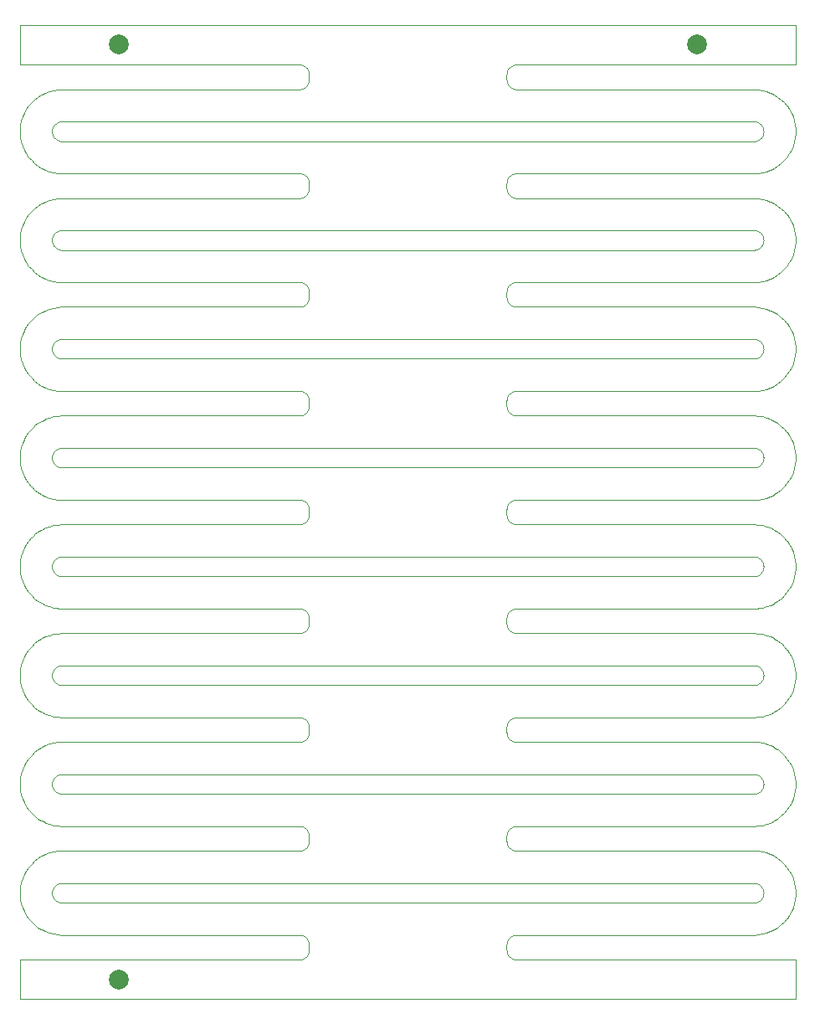
<source format=gbr>
G04 #@! TF.GenerationSoftware,KiCad,Pcbnew,5.1.5+dfsg1-2build2*
G04 #@! TF.CreationDate,2021-10-10T04:01:19+00:00*
G04 #@! TF.ProjectId,bobbin_top_3.5,626f6262-696e-45f7-946f-705f332e352e,rev?*
G04 #@! TF.SameCoordinates,Original*
G04 #@! TF.FileFunction,Soldermask,Bot*
G04 #@! TF.FilePolarity,Negative*
%FSLAX46Y46*%
G04 Gerber Fmt 4.6, Leading zero omitted, Abs format (unit mm)*
G04 Created by KiCad (PCBNEW 5.1.5+dfsg1-2build2) date 2021-10-10 04:01:19*
%MOMM*%
%LPD*%
G04 APERTURE LIST*
G04 #@! TA.AperFunction,Profile*
%ADD10C,0.100000*%
G04 #@! TD*
%ADD11C,2.000000*%
G04 APERTURE END LIST*
D10*
X124499900Y-121216000D02*
X124401200Y-121236200D01*
X124596400Y-121185700D02*
X124499900Y-121216000D01*
X124689300Y-121145900D02*
X124596400Y-121185700D01*
X124777600Y-121096800D02*
X124689300Y-121145900D01*
X124860800Y-121038900D02*
X124777600Y-121096800D01*
X124937500Y-120973100D02*
X124860800Y-121038900D01*
X125007100Y-120899800D02*
X124937500Y-120973100D01*
X125069000Y-120819900D02*
X125007100Y-120899800D01*
X125122400Y-120734100D02*
X125069000Y-120819900D01*
X125166900Y-120643400D02*
X125122400Y-120734100D01*
X125202000Y-120548600D02*
X125166900Y-120643400D01*
X125227300Y-120450800D02*
X125202000Y-120548600D01*
X125242600Y-120350800D02*
X125227300Y-120450800D01*
X125247700Y-120249900D02*
X125242600Y-120350800D01*
X125242600Y-120149200D02*
X125247700Y-120249900D01*
X125227300Y-120049300D02*
X125242600Y-120149200D01*
X125202000Y-119951500D02*
X125227300Y-120049300D01*
X125166900Y-119856700D02*
X125202000Y-119951500D01*
X125122400Y-119766000D02*
X125166900Y-119856700D01*
X125069000Y-119680200D02*
X125122400Y-119766000D01*
X125007100Y-119600300D02*
X125069000Y-119680200D01*
X124937300Y-119526800D02*
X125007100Y-119600300D01*
X124860600Y-119461000D02*
X124937300Y-119526800D01*
X124777600Y-119403300D02*
X124860600Y-119461000D01*
X124689300Y-119354200D02*
X124777600Y-119403300D01*
X124596600Y-119314500D02*
X124689300Y-119354200D01*
X124500200Y-119284200D02*
X124596600Y-119314500D01*
X124401200Y-119263900D02*
X124500200Y-119284200D01*
X124300700Y-119253600D02*
X124401200Y-119263900D01*
X124224800Y-119251000D02*
X124300700Y-119253600D01*
X54275500Y-119251000D02*
X124224800Y-119251000D01*
X54199100Y-119253600D02*
X54275500Y-119251000D01*
X54098800Y-119263900D02*
X54199100Y-119253600D01*
X53999800Y-119284200D02*
X54098800Y-119263900D01*
X53903400Y-119314500D02*
X53999800Y-119284200D01*
X53810500Y-119354400D02*
X53903400Y-119314500D01*
X53722100Y-119403400D02*
X53810500Y-119354400D01*
X53639200Y-119461200D02*
X53722100Y-119403400D01*
X53562500Y-119527000D02*
X53639200Y-119461200D01*
X53492900Y-119600300D02*
X53562500Y-119527000D01*
X53431000Y-119680200D02*
X53492900Y-119600300D01*
X53377600Y-119766000D02*
X53431000Y-119680200D01*
X53333100Y-119856700D02*
X53377600Y-119766000D01*
X53298100Y-119951200D02*
X53333100Y-119856700D01*
X53272700Y-120049100D02*
X53298100Y-119951200D01*
X53257400Y-120149000D02*
X53272700Y-120049100D01*
X53252300Y-120249900D02*
X53257400Y-120149000D01*
X53257400Y-120350800D02*
X53252300Y-120249900D01*
X53272700Y-120450800D02*
X53257400Y-120350800D01*
X53298000Y-120548600D02*
X53272700Y-120450800D01*
X53333100Y-120643400D02*
X53298000Y-120548600D01*
X53377600Y-120734100D02*
X53333100Y-120643400D01*
X53431000Y-120819900D02*
X53377600Y-120734100D01*
X53492900Y-120899800D02*
X53431000Y-120819900D01*
X53562500Y-120973100D02*
X53492900Y-120899800D01*
X53639200Y-121038900D02*
X53562500Y-120973100D01*
X53722100Y-121096700D02*
X53639200Y-121038900D01*
X53810500Y-121145700D02*
X53722100Y-121096700D01*
X53903400Y-121185600D02*
X53810500Y-121145700D01*
X53999800Y-121215900D02*
X53903400Y-121185600D01*
X54098800Y-121236200D02*
X53999800Y-121215900D01*
X54199300Y-121246500D02*
X54098800Y-121236200D01*
X54275200Y-121249000D02*
X54199300Y-121246500D01*
X124225000Y-121249000D02*
X54275200Y-121249000D01*
X124300400Y-121246500D02*
X124225000Y-121249000D01*
X124401200Y-121236200D02*
X124300400Y-121246500D01*
X124499900Y-110215900D02*
X124401100Y-110236200D01*
X124596400Y-110185700D02*
X124499900Y-110215900D01*
X124689300Y-110145900D02*
X124596400Y-110185700D01*
X124777600Y-110096800D02*
X124689300Y-110145900D01*
X124860800Y-110038900D02*
X124777600Y-110096800D01*
X124937500Y-109973100D02*
X124860800Y-110038900D01*
X125007100Y-109899800D02*
X124937500Y-109973100D01*
X125069000Y-109819900D02*
X125007100Y-109899800D01*
X125122400Y-109734100D02*
X125069000Y-109819900D01*
X125166900Y-109643400D02*
X125122400Y-109734100D01*
X125202000Y-109548600D02*
X125166900Y-109643400D01*
X125227300Y-109450700D02*
X125202000Y-109548600D01*
X125242600Y-109350800D02*
X125227300Y-109450700D01*
X125247700Y-109249900D02*
X125242600Y-109350800D01*
X125242600Y-109149200D02*
X125247700Y-109249900D01*
X125227300Y-109049300D02*
X125242600Y-109149200D01*
X125202000Y-108951500D02*
X125227300Y-109049300D01*
X125166900Y-108856700D02*
X125202000Y-108951500D01*
X125122400Y-108766000D02*
X125166900Y-108856700D01*
X125069000Y-108680200D02*
X125122400Y-108766000D01*
X125007100Y-108600300D02*
X125069000Y-108680200D01*
X124937300Y-108526800D02*
X125007100Y-108600300D01*
X124860600Y-108461000D02*
X124937300Y-108526800D01*
X124777600Y-108403300D02*
X124860600Y-108461000D01*
X124689300Y-108354200D02*
X124777600Y-108403300D01*
X124596600Y-108314500D02*
X124689300Y-108354200D01*
X124500200Y-108284200D02*
X124596600Y-108314500D01*
X124401200Y-108263900D02*
X124500200Y-108284200D01*
X124300700Y-108253600D02*
X124401200Y-108263900D01*
X124224800Y-108251000D02*
X124300700Y-108253600D01*
X54275400Y-108251000D02*
X124224800Y-108251000D01*
X54199100Y-108253600D02*
X54275400Y-108251000D01*
X54098800Y-108263900D02*
X54199100Y-108253600D01*
X53999800Y-108284200D02*
X54098800Y-108263900D01*
X53903400Y-108314500D02*
X53999800Y-108284200D01*
X53810500Y-108354300D02*
X53903400Y-108314500D01*
X53722100Y-108403400D02*
X53810500Y-108354300D01*
X53639200Y-108461200D02*
X53722100Y-108403400D01*
X53562500Y-108527000D02*
X53639200Y-108461200D01*
X53492900Y-108600300D02*
X53562500Y-108527000D01*
X53431000Y-108680200D02*
X53492900Y-108600300D01*
X53377600Y-108766000D02*
X53431000Y-108680200D01*
X53333100Y-108856700D02*
X53377600Y-108766000D01*
X53298100Y-108951200D02*
X53333100Y-108856700D01*
X53272700Y-109049100D02*
X53298100Y-108951200D01*
X53257400Y-109149000D02*
X53272700Y-109049100D01*
X53252300Y-109249900D02*
X53257400Y-109149000D01*
X53257400Y-109350800D02*
X53252300Y-109249900D01*
X53272700Y-109450700D02*
X53257400Y-109350800D01*
X53298000Y-109548600D02*
X53272700Y-109450700D01*
X53333100Y-109643400D02*
X53298000Y-109548600D01*
X53377600Y-109734100D02*
X53333100Y-109643400D01*
X53431000Y-109819900D02*
X53377600Y-109734100D01*
X53492900Y-109899800D02*
X53431000Y-109819900D01*
X53562500Y-109973100D02*
X53492900Y-109899800D01*
X53639200Y-110038900D02*
X53562500Y-109973100D01*
X53722100Y-110096700D02*
X53639200Y-110038900D01*
X53810500Y-110145700D02*
X53722100Y-110096700D01*
X53903400Y-110185600D02*
X53810500Y-110145700D01*
X53999800Y-110215900D02*
X53903400Y-110185600D01*
X54098800Y-110236200D02*
X53999800Y-110215900D01*
X54199300Y-110246500D02*
X54098800Y-110236200D01*
X54275200Y-110249000D02*
X54199300Y-110246500D01*
X124225000Y-110249000D02*
X54275200Y-110249000D01*
X124300500Y-110246500D02*
X124225000Y-110249000D01*
X124401100Y-110236200D02*
X124300500Y-110246500D01*
X124499900Y-99215900D02*
X124401100Y-99236200D01*
X124596400Y-99185700D02*
X124499900Y-99215900D01*
X124689300Y-99145800D02*
X124596400Y-99185700D01*
X124777600Y-99096800D02*
X124689300Y-99145800D01*
X124860800Y-99038900D02*
X124777600Y-99096800D01*
X124937500Y-98973100D02*
X124860800Y-99038900D01*
X125007100Y-98899800D02*
X124937500Y-98973100D01*
X125069000Y-98819900D02*
X125007100Y-98899800D01*
X125122400Y-98734100D02*
X125069000Y-98819900D01*
X125166900Y-98643400D02*
X125122400Y-98734100D01*
X125202000Y-98548600D02*
X125166900Y-98643400D01*
X125227300Y-98450700D02*
X125202000Y-98548600D01*
X125242600Y-98350800D02*
X125227300Y-98450700D01*
X125247700Y-98249900D02*
X125242600Y-98350800D01*
X125242600Y-98149200D02*
X125247700Y-98249900D01*
X125227300Y-98049300D02*
X125242600Y-98149200D01*
X125202000Y-97951500D02*
X125227300Y-98049300D01*
X125166900Y-97856700D02*
X125202000Y-97951500D01*
X125122400Y-97766000D02*
X125166900Y-97856700D01*
X125069000Y-97680200D02*
X125122400Y-97766000D01*
X125007100Y-97600300D02*
X125069000Y-97680200D01*
X124937300Y-97526800D02*
X125007100Y-97600300D01*
X124860600Y-97461000D02*
X124937300Y-97526800D01*
X124777600Y-97403300D02*
X124860600Y-97461000D01*
X124689300Y-97354200D02*
X124777600Y-97403300D01*
X124596600Y-97314500D02*
X124689300Y-97354200D01*
X124500200Y-97284200D02*
X124596600Y-97314500D01*
X124401200Y-97263800D02*
X124500200Y-97284200D01*
X124300700Y-97253600D02*
X124401200Y-97263800D01*
X124224800Y-97251000D02*
X124300700Y-97253600D01*
X54275400Y-97251000D02*
X124224800Y-97251000D01*
X54199200Y-97253600D02*
X54275400Y-97251000D01*
X54098800Y-97263800D02*
X54199200Y-97253600D01*
X53999800Y-97284200D02*
X54098800Y-97263800D01*
X53903400Y-97314500D02*
X53999800Y-97284200D01*
X53810500Y-97354300D02*
X53903400Y-97314500D01*
X53722100Y-97403400D02*
X53810500Y-97354300D01*
X53639200Y-97461100D02*
X53722100Y-97403400D01*
X53562500Y-97527000D02*
X53639200Y-97461100D01*
X53492900Y-97600300D02*
X53562500Y-97527000D01*
X53431000Y-97680200D02*
X53492900Y-97600300D01*
X53377600Y-97766000D02*
X53431000Y-97680200D01*
X53333100Y-97856700D02*
X53377600Y-97766000D01*
X53298100Y-97951200D02*
X53333100Y-97856700D01*
X53272700Y-98049100D02*
X53298100Y-97951200D01*
X53257400Y-98149000D02*
X53272700Y-98049100D01*
X53252300Y-98249900D02*
X53257400Y-98149000D01*
X53257400Y-98350800D02*
X53252300Y-98249900D01*
X53272700Y-98450700D02*
X53257400Y-98350800D01*
X53298000Y-98548600D02*
X53272700Y-98450700D01*
X53333100Y-98643400D02*
X53298000Y-98548600D01*
X53377600Y-98734100D02*
X53333100Y-98643400D01*
X53431000Y-98819900D02*
X53377600Y-98734100D01*
X53492900Y-98899800D02*
X53431000Y-98819900D01*
X53562500Y-98973100D02*
X53492900Y-98899800D01*
X53639200Y-99038900D02*
X53562500Y-98973100D01*
X53722100Y-99096700D02*
X53639200Y-99038900D01*
X53810500Y-99145700D02*
X53722100Y-99096700D01*
X53903400Y-99185600D02*
X53810500Y-99145700D01*
X53999800Y-99215900D02*
X53903400Y-99185600D01*
X54098800Y-99236200D02*
X53999800Y-99215900D01*
X54199300Y-99246500D02*
X54098800Y-99236200D01*
X54275200Y-99249000D02*
X54199300Y-99246500D01*
X124224900Y-99249000D02*
X54275200Y-99249000D01*
X124300500Y-99246500D02*
X124224900Y-99249000D01*
X124401100Y-99236200D02*
X124300500Y-99246500D01*
X124499900Y-88215900D02*
X124401100Y-88236200D01*
X124596400Y-88185700D02*
X124499900Y-88215900D01*
X124689300Y-88145800D02*
X124596400Y-88185700D01*
X124777600Y-88096800D02*
X124689300Y-88145800D01*
X124860800Y-88038900D02*
X124777600Y-88096800D01*
X124937500Y-87973100D02*
X124860800Y-88038900D01*
X125007100Y-87899800D02*
X124937500Y-87973100D01*
X125069000Y-87819900D02*
X125007100Y-87899800D01*
X125122400Y-87734100D02*
X125069000Y-87819900D01*
X125166900Y-87643400D02*
X125122400Y-87734100D01*
X125202000Y-87548600D02*
X125166900Y-87643400D01*
X125227300Y-87450700D02*
X125202000Y-87548600D01*
X125242600Y-87350800D02*
X125227300Y-87450700D01*
X125247700Y-87249900D02*
X125242600Y-87350800D01*
X125242600Y-87149200D02*
X125247700Y-87249900D01*
X125227300Y-87049300D02*
X125242600Y-87149200D01*
X125202000Y-86951500D02*
X125227300Y-87049300D01*
X125166900Y-86856700D02*
X125202000Y-86951500D01*
X125122400Y-86766000D02*
X125166900Y-86856700D01*
X125069000Y-86680200D02*
X125122400Y-86766000D01*
X125007100Y-86600200D02*
X125069000Y-86680200D01*
X124937300Y-86526800D02*
X125007100Y-86600200D01*
X124860600Y-86461000D02*
X124937300Y-86526800D01*
X124777600Y-86403200D02*
X124860600Y-86461000D01*
X124689300Y-86354200D02*
X124777600Y-86403200D01*
X124596600Y-86314500D02*
X124689300Y-86354200D01*
X124500200Y-86284200D02*
X124596600Y-86314500D01*
X124401200Y-86263800D02*
X124500200Y-86284200D01*
X124300700Y-86253600D02*
X124401200Y-86263800D01*
X124224800Y-86251000D02*
X124300700Y-86253600D01*
X54275400Y-86251000D02*
X124224800Y-86251000D01*
X54199200Y-86253600D02*
X54275400Y-86251000D01*
X54098800Y-86263800D02*
X54199200Y-86253600D01*
X53999800Y-86284200D02*
X54098800Y-86263800D01*
X53903400Y-86314500D02*
X53999800Y-86284200D01*
X53810500Y-86354300D02*
X53903400Y-86314500D01*
X53722100Y-86403400D02*
X53810500Y-86354300D01*
X53639200Y-86461100D02*
X53722100Y-86403400D01*
X53562500Y-86527000D02*
X53639200Y-86461100D01*
X53492900Y-86600200D02*
X53562500Y-86527000D01*
X53431000Y-86680200D02*
X53492900Y-86600200D01*
X53377600Y-86766000D02*
X53431000Y-86680200D01*
X53333100Y-86856700D02*
X53377600Y-86766000D01*
X53298100Y-86951200D02*
X53333100Y-86856700D01*
X53272700Y-87049100D02*
X53298100Y-86951200D01*
X53257400Y-87149000D02*
X53272700Y-87049100D01*
X53252300Y-87249900D02*
X53257400Y-87149000D01*
X53257400Y-87350800D02*
X53252300Y-87249900D01*
X53272700Y-87450700D02*
X53257400Y-87350800D01*
X53298000Y-87548600D02*
X53272700Y-87450700D01*
X53333100Y-87643400D02*
X53298000Y-87548600D01*
X53377600Y-87734100D02*
X53333100Y-87643400D01*
X53431000Y-87819900D02*
X53377600Y-87734100D01*
X53492900Y-87899800D02*
X53431000Y-87819900D01*
X53562500Y-87973100D02*
X53492900Y-87899800D01*
X53639200Y-88038900D02*
X53562500Y-87973100D01*
X53722100Y-88096700D02*
X53639200Y-88038900D01*
X53810500Y-88145700D02*
X53722100Y-88096700D01*
X53903400Y-88185600D02*
X53810500Y-88145700D01*
X53999800Y-88215900D02*
X53903400Y-88185600D01*
X54098800Y-88236200D02*
X53999800Y-88215900D01*
X54199300Y-88246500D02*
X54098800Y-88236200D01*
X54275200Y-88249000D02*
X54199300Y-88246500D01*
X124224900Y-88249000D02*
X54275200Y-88249000D01*
X124300500Y-88246400D02*
X124224900Y-88249000D01*
X124401100Y-88236200D02*
X124300500Y-88246400D01*
X124499900Y-77215900D02*
X124401000Y-77236200D01*
X124596400Y-77185700D02*
X124499900Y-77215900D01*
X124689300Y-77145800D02*
X124596400Y-77185700D01*
X124777600Y-77096800D02*
X124689300Y-77145800D01*
X124860800Y-77038900D02*
X124777600Y-77096800D01*
X124937500Y-76973100D02*
X124860800Y-77038900D01*
X125007100Y-76899800D02*
X124937500Y-76973100D01*
X125069000Y-76819900D02*
X125007100Y-76899800D01*
X125122400Y-76734100D02*
X125069000Y-76819900D01*
X125166900Y-76643300D02*
X125122400Y-76734100D01*
X125202000Y-76548600D02*
X125166900Y-76643300D01*
X125227300Y-76450700D02*
X125202000Y-76548600D01*
X125242600Y-76350800D02*
X125227300Y-76450700D01*
X125247700Y-76249900D02*
X125242600Y-76350800D01*
X125242600Y-76149200D02*
X125247700Y-76249900D01*
X125227300Y-76049300D02*
X125242600Y-76149200D01*
X125202000Y-75951500D02*
X125227300Y-76049300D01*
X125166900Y-75856700D02*
X125202000Y-75951500D01*
X125122400Y-75765900D02*
X125166900Y-75856700D01*
X125069000Y-75680200D02*
X125122400Y-75765900D01*
X125007100Y-75600200D02*
X125069000Y-75680200D01*
X124937300Y-75526800D02*
X125007100Y-75600200D01*
X124860600Y-75461000D02*
X124937300Y-75526800D01*
X124777600Y-75403200D02*
X124860600Y-75461000D01*
X124689300Y-75354200D02*
X124777600Y-75403200D01*
X124596600Y-75314500D02*
X124689300Y-75354200D01*
X124500200Y-75284200D02*
X124596600Y-75314500D01*
X124401200Y-75263800D02*
X124500200Y-75284200D01*
X124300700Y-75253600D02*
X124401200Y-75263800D01*
X124224800Y-75251000D02*
X124300700Y-75253600D01*
X54275300Y-75251000D02*
X124224800Y-75251000D01*
X54199200Y-75253600D02*
X54275300Y-75251000D01*
X54098800Y-75263800D02*
X54199200Y-75253600D01*
X53999800Y-75284200D02*
X54098800Y-75263800D01*
X53903400Y-75314500D02*
X53999800Y-75284200D01*
X53810500Y-75354300D02*
X53903400Y-75314500D01*
X53722100Y-75403400D02*
X53810500Y-75354300D01*
X53639200Y-75461100D02*
X53722100Y-75403400D01*
X53562500Y-75527000D02*
X53639200Y-75461100D01*
X53492900Y-75600200D02*
X53562500Y-75527000D01*
X53431000Y-75680200D02*
X53492900Y-75600200D01*
X53377600Y-75765900D02*
X53431000Y-75680200D01*
X53333100Y-75856700D02*
X53377600Y-75765900D01*
X53298100Y-75951200D02*
X53333100Y-75856700D01*
X53272700Y-76049000D02*
X53298100Y-75951200D01*
X53257400Y-76148900D02*
X53272700Y-76049000D01*
X53252300Y-76249900D02*
X53257400Y-76148900D01*
X53257400Y-76350800D02*
X53252300Y-76249900D01*
X53272700Y-76450700D02*
X53257400Y-76350800D01*
X53298000Y-76548600D02*
X53272700Y-76450700D01*
X53333100Y-76643300D02*
X53298000Y-76548600D01*
X53377600Y-76734100D02*
X53333100Y-76643300D01*
X53431000Y-76819900D02*
X53377600Y-76734100D01*
X53492900Y-76899800D02*
X53431000Y-76819900D01*
X53562500Y-76973100D02*
X53492900Y-76899800D01*
X53639200Y-77038900D02*
X53562500Y-76973100D01*
X53722100Y-77096700D02*
X53639200Y-77038900D01*
X53810500Y-77145700D02*
X53722100Y-77096700D01*
X53903400Y-77185600D02*
X53810500Y-77145700D01*
X53999800Y-77215800D02*
X53903400Y-77185600D01*
X54098800Y-77236200D02*
X53999800Y-77215800D01*
X54199300Y-77246400D02*
X54098800Y-77236200D01*
X54275200Y-77249000D02*
X54199300Y-77246400D01*
X124224800Y-77249000D02*
X54275200Y-77249000D01*
X124300600Y-77246400D02*
X124224800Y-77249000D01*
X124401000Y-77236200D02*
X124300600Y-77246400D01*
X124499900Y-66215900D02*
X124401000Y-66236200D01*
X124596400Y-66185700D02*
X124499900Y-66215900D01*
X124689300Y-66145800D02*
X124596400Y-66185700D01*
X124777600Y-66096800D02*
X124689300Y-66145800D01*
X124860600Y-66039100D02*
X124777600Y-66096800D01*
X124937300Y-65973200D02*
X124860600Y-66039100D01*
X125007100Y-65899800D02*
X124937300Y-65973200D01*
X125069000Y-65819900D02*
X125007100Y-65899800D01*
X125122300Y-65734300D02*
X125069000Y-65819900D01*
X125166800Y-65643600D02*
X125122300Y-65734300D01*
X125201900Y-65548800D02*
X125166800Y-65643600D01*
X125227300Y-65451000D02*
X125201900Y-65548800D01*
X125242600Y-65351100D02*
X125227300Y-65451000D01*
X125247700Y-65250100D02*
X125242600Y-65351100D01*
X125242600Y-65149200D02*
X125247700Y-65250100D01*
X125227300Y-65049300D02*
X125242600Y-65149200D01*
X125202000Y-64951500D02*
X125227300Y-65049300D01*
X125166900Y-64856700D02*
X125202000Y-64951500D01*
X125122400Y-64765900D02*
X125166900Y-64856700D01*
X125069000Y-64680200D02*
X125122400Y-64765900D01*
X125007100Y-64600200D02*
X125069000Y-64680200D01*
X124937300Y-64526800D02*
X125007100Y-64600200D01*
X124860600Y-64461000D02*
X124937300Y-64526800D01*
X124777900Y-64403400D02*
X124860600Y-64461000D01*
X124689500Y-64354300D02*
X124777900Y-64403400D01*
X124596600Y-64314400D02*
X124689500Y-64354300D01*
X124500200Y-64284200D02*
X124596600Y-64314400D01*
X124401200Y-64263800D02*
X124500200Y-64284200D01*
X124300700Y-64253600D02*
X124401200Y-64263800D01*
X124224800Y-64251000D02*
X124300700Y-64253600D01*
X54275300Y-64251000D02*
X124224800Y-64251000D01*
X54199300Y-64253600D02*
X54275300Y-64251000D01*
X54098800Y-64263800D02*
X54199300Y-64253600D01*
X53999800Y-64284200D02*
X54098800Y-64263800D01*
X53903400Y-64314400D02*
X53999800Y-64284200D01*
X53810500Y-64354300D02*
X53903400Y-64314400D01*
X53722100Y-64403400D02*
X53810500Y-64354300D01*
X53639200Y-64461100D02*
X53722100Y-64403400D01*
X53562500Y-64527000D02*
X53639200Y-64461100D01*
X53492900Y-64600200D02*
X53562500Y-64527000D01*
X53431000Y-64680200D02*
X53492900Y-64600200D01*
X53377600Y-64765900D02*
X53431000Y-64680200D01*
X53333100Y-64856700D02*
X53377600Y-64765900D01*
X53298000Y-64951500D02*
X53333100Y-64856700D01*
X53272700Y-65049000D02*
X53298000Y-64951500D01*
X53257400Y-65148900D02*
X53272700Y-65049000D01*
X53252300Y-65249900D02*
X53257400Y-65148900D01*
X53257400Y-65350800D02*
X53252300Y-65249900D01*
X53272700Y-65450700D02*
X53257400Y-65350800D01*
X53298000Y-65548600D02*
X53272700Y-65450700D01*
X53333100Y-65643300D02*
X53298000Y-65548600D01*
X53377600Y-65734100D02*
X53333100Y-65643300D01*
X53431000Y-65819900D02*
X53377600Y-65734100D01*
X53492900Y-65899800D02*
X53431000Y-65819900D01*
X53562500Y-65973100D02*
X53492900Y-65899800D01*
X53639200Y-66038900D02*
X53562500Y-65973100D01*
X53722100Y-66096600D02*
X53639200Y-66038900D01*
X53810500Y-66145700D02*
X53722100Y-66096600D01*
X53903400Y-66185600D02*
X53810500Y-66145700D01*
X53999800Y-66215800D02*
X53903400Y-66185600D01*
X54098800Y-66236200D02*
X53999800Y-66215800D01*
X54199300Y-66246400D02*
X54098800Y-66236200D01*
X54275200Y-66249000D02*
X54199300Y-66246400D01*
X124224800Y-66249000D02*
X54275200Y-66249000D01*
X124300600Y-66246400D02*
X124224800Y-66249000D01*
X124401000Y-66236200D02*
X124300600Y-66246400D01*
X124499900Y-55215900D02*
X124401000Y-55236200D01*
X124596400Y-55185700D02*
X124499900Y-55215900D01*
X124689300Y-55145800D02*
X124596400Y-55185700D01*
X124777600Y-55096800D02*
X124689300Y-55145800D01*
X124860600Y-55039100D02*
X124777600Y-55096800D01*
X124937300Y-54973200D02*
X124860600Y-55039100D01*
X125007100Y-54899800D02*
X124937300Y-54973200D01*
X125069000Y-54819900D02*
X125007100Y-54899800D01*
X125122300Y-54734300D02*
X125069000Y-54819900D01*
X125166800Y-54643600D02*
X125122300Y-54734300D01*
X125201900Y-54548800D02*
X125166800Y-54643600D01*
X125227300Y-54451000D02*
X125201900Y-54548800D01*
X125242600Y-54351100D02*
X125227300Y-54451000D01*
X125247700Y-54250100D02*
X125242600Y-54351100D01*
X125242600Y-54149200D02*
X125247700Y-54250100D01*
X125227300Y-54049300D02*
X125242600Y-54149200D01*
X125202000Y-53951500D02*
X125227300Y-54049300D01*
X125166900Y-53856700D02*
X125202000Y-53951500D01*
X125122400Y-53765900D02*
X125166900Y-53856700D01*
X125069000Y-53680200D02*
X125122400Y-53765900D01*
X125007100Y-53600200D02*
X125069000Y-53680200D01*
X124937300Y-53526800D02*
X125007100Y-53600200D01*
X124860600Y-53460900D02*
X124937300Y-53526800D01*
X124777900Y-53403400D02*
X124860600Y-53460900D01*
X124689500Y-53354300D02*
X124777900Y-53403400D01*
X124596600Y-53314400D02*
X124689500Y-53354300D01*
X124500200Y-53284200D02*
X124596600Y-53314400D01*
X124401200Y-53263800D02*
X124500200Y-53284200D01*
X124300700Y-53253600D02*
X124401200Y-53263800D01*
X124224800Y-53251000D02*
X124300700Y-53253600D01*
X54275200Y-53251000D02*
X124224800Y-53251000D01*
X54199300Y-53253600D02*
X54275200Y-53251000D01*
X54098800Y-53263800D02*
X54199300Y-53253600D01*
X53999800Y-53284200D02*
X54098800Y-53263800D01*
X53903400Y-53314400D02*
X53999800Y-53284200D01*
X53810500Y-53354300D02*
X53903400Y-53314400D01*
X53722100Y-53403400D02*
X53810500Y-53354300D01*
X53639200Y-53461100D02*
X53722100Y-53403400D01*
X53562500Y-53527000D02*
X53639200Y-53461100D01*
X53492900Y-53600200D02*
X53562500Y-53527000D01*
X53431000Y-53680200D02*
X53492900Y-53600200D01*
X53377600Y-53765900D02*
X53431000Y-53680200D01*
X53333100Y-53856700D02*
X53377600Y-53765900D01*
X53298000Y-53951500D02*
X53333100Y-53856700D01*
X53272700Y-54049000D02*
X53298000Y-53951500D01*
X53257400Y-54148900D02*
X53272700Y-54049000D01*
X53252300Y-54249900D02*
X53257400Y-54148900D01*
X53257400Y-54350800D02*
X53252300Y-54249900D01*
X53272700Y-54450700D02*
X53257400Y-54350800D01*
X53298000Y-54548500D02*
X53272700Y-54450700D01*
X53333100Y-54643300D02*
X53298000Y-54548500D01*
X53377600Y-54734100D02*
X53333100Y-54643300D01*
X53431000Y-54819900D02*
X53377600Y-54734100D01*
X53492900Y-54899800D02*
X53431000Y-54819900D01*
X53562500Y-54973000D02*
X53492900Y-54899800D01*
X53639200Y-55038900D02*
X53562500Y-54973000D01*
X53722100Y-55096600D02*
X53639200Y-55038900D01*
X53810500Y-55145700D02*
X53722100Y-55096600D01*
X53903400Y-55185600D02*
X53810500Y-55145700D01*
X53999800Y-55215800D02*
X53903400Y-55185600D01*
X54098800Y-55236200D02*
X53999800Y-55215800D01*
X54199300Y-55246400D02*
X54098800Y-55236200D01*
X54275200Y-55249000D02*
X54199300Y-55246400D01*
X124224800Y-55249000D02*
X54275200Y-55249000D01*
X124300700Y-55246400D02*
X124224800Y-55249000D01*
X124401000Y-55236200D02*
X124300700Y-55246400D01*
X124500200Y-132215900D02*
X124400700Y-132236300D01*
X124596600Y-132185600D02*
X124500200Y-132215900D01*
X124689500Y-132145800D02*
X124596600Y-132185600D01*
X124777900Y-132096700D02*
X124689500Y-132145800D01*
X124860800Y-132038900D02*
X124777900Y-132096700D01*
X124937500Y-131973100D02*
X124860800Y-132038900D01*
X125007100Y-131899800D02*
X124937500Y-131973100D01*
X125069000Y-131819900D02*
X125007100Y-131899800D01*
X125122400Y-131734100D02*
X125069000Y-131819900D01*
X125166900Y-131643400D02*
X125122400Y-131734100D01*
X125202000Y-131548600D02*
X125166900Y-131643400D01*
X125227300Y-131450800D02*
X125202000Y-131548600D01*
X125242600Y-131350900D02*
X125227300Y-131450800D01*
X125247700Y-131249900D02*
X125242600Y-131350900D01*
X125242600Y-131149300D02*
X125247700Y-131249900D01*
X125227300Y-131049400D02*
X125242600Y-131149300D01*
X125202000Y-130951500D02*
X125227300Y-131049400D01*
X125166900Y-130856700D02*
X125202000Y-130951500D01*
X125122400Y-130766000D02*
X125166900Y-130856700D01*
X125069000Y-130680200D02*
X125122400Y-130766000D01*
X125007100Y-130600300D02*
X125069000Y-130680200D01*
X124937300Y-130526800D02*
X125007100Y-130600300D01*
X124860600Y-130461000D02*
X124937300Y-130526800D01*
X124777600Y-130403300D02*
X124860600Y-130461000D01*
X124689300Y-130354200D02*
X124777600Y-130403300D01*
X124596600Y-130314500D02*
X124689300Y-130354200D01*
X124500200Y-130284200D02*
X124596600Y-130314500D01*
X124401200Y-130263900D02*
X124500200Y-130284200D01*
X124300700Y-130253600D02*
X124401200Y-130263900D01*
X124224800Y-130251100D02*
X124300700Y-130253600D01*
X54275000Y-130251100D02*
X124224800Y-130251100D01*
X54199500Y-130253600D02*
X54275000Y-130251100D01*
X54098800Y-130263900D02*
X54199500Y-130253600D01*
X53999800Y-130284200D02*
X54098800Y-130263900D01*
X53903400Y-130314500D02*
X53999800Y-130284200D01*
X53810500Y-130354400D02*
X53903400Y-130314500D01*
X53722100Y-130403400D02*
X53810500Y-130354400D01*
X53639200Y-130461200D02*
X53722100Y-130403400D01*
X53562500Y-130527000D02*
X53639200Y-130461200D01*
X53492900Y-130600300D02*
X53562500Y-130527000D01*
X53431000Y-130680200D02*
X53492900Y-130600300D01*
X53377600Y-130766000D02*
X53431000Y-130680200D01*
X53333100Y-130856700D02*
X53377600Y-130766000D01*
X53298100Y-130951200D02*
X53333100Y-130856700D01*
X53272700Y-131049100D02*
X53298100Y-130951200D01*
X53257400Y-131149000D02*
X53272700Y-131049100D01*
X53252300Y-131249900D02*
X53257400Y-131149000D01*
X53257400Y-131350900D02*
X53252300Y-131249900D01*
X53272700Y-131450800D02*
X53257400Y-131350900D01*
X53298000Y-131548600D02*
X53272700Y-131450800D01*
X53333100Y-131643400D02*
X53298000Y-131548600D01*
X53377600Y-131734100D02*
X53333100Y-131643400D01*
X53431000Y-131819900D02*
X53377600Y-131734100D01*
X53492900Y-131899800D02*
X53431000Y-131819900D01*
X53562500Y-131973100D02*
X53492900Y-131899800D01*
X53639200Y-132038900D02*
X53562500Y-131973100D01*
X53722100Y-132096700D02*
X53639200Y-132038900D01*
X53810500Y-132145800D02*
X53722100Y-132096700D01*
X53903400Y-132185600D02*
X53810500Y-132145800D01*
X53999800Y-132215900D02*
X53903400Y-132185600D01*
X54098800Y-132236200D02*
X53999800Y-132215900D01*
X54199300Y-132246500D02*
X54098800Y-132236200D01*
X54275200Y-132249100D02*
X54199300Y-132246500D01*
X124224500Y-132249100D02*
X54275200Y-132249100D01*
X124300900Y-132246500D02*
X124224500Y-132249100D01*
X124400700Y-132236300D02*
X124300900Y-132246500D01*
X128471000Y-43499000D02*
X50014600Y-43499700D01*
X128487300Y-43500000D02*
X128471000Y-43499000D01*
X128492900Y-43503700D02*
X128487300Y-43500000D01*
X128494800Y-43508200D02*
X128492900Y-43503700D01*
X128495500Y-43523500D02*
X128494800Y-43508200D01*
X128495500Y-47475500D02*
X128495500Y-43523500D01*
X128494300Y-47492700D02*
X128495500Y-47475500D01*
X128490800Y-47497400D02*
X128494300Y-47492700D01*
X128486300Y-47499200D02*
X128490800Y-47497400D01*
X100241200Y-47500000D02*
X128486300Y-47499200D01*
X100144000Y-47504800D02*
X100241200Y-47500000D01*
X100047900Y-47519000D02*
X100144000Y-47504800D01*
X99953600Y-47542600D02*
X100047900Y-47519000D01*
X99862200Y-47575400D02*
X99953600Y-47542600D01*
X99774300Y-47616900D02*
X99862200Y-47575400D01*
X99691000Y-47666900D02*
X99774300Y-47616900D01*
X99613000Y-47724700D02*
X99691000Y-47666900D01*
X99541000Y-47790000D02*
X99613000Y-47724700D01*
X99475700Y-47862000D02*
X99541000Y-47790000D01*
X99417900Y-47940000D02*
X99475700Y-47862000D01*
X99367900Y-48023300D02*
X99417900Y-47940000D01*
X99326400Y-48111100D02*
X99367900Y-48023300D01*
X99293600Y-48202600D02*
X99326400Y-48111100D01*
X99270000Y-48296900D02*
X99293600Y-48202600D01*
X99255800Y-48393000D02*
X99270000Y-48296900D01*
X99251000Y-48490200D02*
X99255800Y-48393000D01*
X99251000Y-49008800D02*
X99251000Y-48490200D01*
X99255800Y-49106000D02*
X99251000Y-49008800D01*
X99270000Y-49202100D02*
X99255800Y-49106000D01*
X99293600Y-49296400D02*
X99270000Y-49202100D01*
X99326400Y-49387900D02*
X99293600Y-49296400D01*
X99367900Y-49475700D02*
X99326400Y-49387900D01*
X99417900Y-49559000D02*
X99367900Y-49475700D01*
X99475700Y-49637000D02*
X99417900Y-49559000D01*
X99541000Y-49709000D02*
X99475700Y-49637000D01*
X99613000Y-49774300D02*
X99541000Y-49709000D01*
X99691000Y-49832100D02*
X99613000Y-49774300D01*
X99774300Y-49882100D02*
X99691000Y-49832100D01*
X99862200Y-49923600D02*
X99774300Y-49882100D01*
X99953600Y-49956400D02*
X99862200Y-49923600D01*
X100047900Y-49980000D02*
X99953600Y-49956400D01*
X100144000Y-49994200D02*
X100047900Y-49980000D01*
X100241200Y-49999000D02*
X100144000Y-49994200D01*
X124243700Y-49999000D02*
X100241200Y-49999000D01*
X124679800Y-50021100D02*
X124243700Y-49999000D01*
X125105400Y-50086300D02*
X124679800Y-50021100D01*
X125522300Y-50194200D02*
X125105400Y-50086300D01*
X125914500Y-50339100D02*
X125522300Y-50194200D01*
X125937800Y-50349100D02*
X125914500Y-50339100D01*
X126301600Y-50527500D02*
X125937800Y-50349100D01*
X126323800Y-50539900D02*
X126301600Y-50527500D01*
X126678500Y-50761400D02*
X126323800Y-50539900D01*
X127018600Y-51024600D02*
X126678500Y-50761400D01*
X127330700Y-51321300D02*
X127018600Y-51024600D01*
X127603300Y-51638300D02*
X127330700Y-51321300D01*
X127618900Y-51658400D02*
X127603300Y-51638300D01*
X127850300Y-51990900D02*
X127618900Y-51658400D01*
X127863800Y-52012500D02*
X127850300Y-51990900D01*
X128066400Y-52378300D02*
X127863800Y-52012500D01*
X128236000Y-52773500D02*
X128066400Y-52378300D01*
X128364900Y-53184300D02*
X128236000Y-52773500D01*
X128449400Y-53593800D02*
X128364900Y-53184300D01*
X128453300Y-53618900D02*
X128449400Y-53593800D01*
X128494300Y-54022000D02*
X128453300Y-53618900D01*
X128495500Y-54047400D02*
X128494300Y-54022000D01*
X128495200Y-54465600D02*
X128495500Y-54047400D01*
X128451700Y-54893400D02*
X128495200Y-54465600D01*
X128365000Y-55315200D02*
X128451700Y-54893400D01*
X128240200Y-55714200D02*
X128365000Y-55315200D01*
X128231400Y-55738100D02*
X128240200Y-55714200D01*
X128071600Y-56110400D02*
X128231400Y-55738100D01*
X128060400Y-56133200D02*
X128071600Y-56110400D01*
X127857200Y-56498700D02*
X128060400Y-56133200D01*
X127611200Y-56852100D02*
X127857200Y-56498700D01*
X127331000Y-57178400D02*
X127611200Y-56852100D01*
X127018900Y-57475100D02*
X127331000Y-57178400D01*
X126678500Y-57738700D02*
X127018900Y-57475100D01*
X126323800Y-57960100D02*
X126678500Y-57738700D01*
X126301600Y-57972500D02*
X126323800Y-57960100D01*
X125937900Y-58150900D02*
X126301600Y-57972500D01*
X125914500Y-58160900D02*
X125937900Y-58150900D01*
X125522200Y-58305800D02*
X125914500Y-58160900D01*
X125118100Y-58410800D02*
X125522200Y-58305800D01*
X125093400Y-58415900D02*
X125118100Y-58410800D01*
X124679800Y-58478900D02*
X125093400Y-58415900D01*
X124243700Y-58501000D02*
X124679800Y-58478900D01*
X100241200Y-58501000D02*
X124243700Y-58501000D01*
X100144000Y-58505800D02*
X100241200Y-58501000D01*
X100047900Y-58520000D02*
X100144000Y-58505800D01*
X99953600Y-58543600D02*
X100047900Y-58520000D01*
X99862200Y-58576400D02*
X99953600Y-58543600D01*
X99774300Y-58617900D02*
X99862200Y-58576400D01*
X99691000Y-58667900D02*
X99774300Y-58617900D01*
X99613000Y-58725700D02*
X99691000Y-58667900D01*
X99541000Y-58791000D02*
X99613000Y-58725700D01*
X99475700Y-58863000D02*
X99541000Y-58791000D01*
X99417900Y-58941000D02*
X99475700Y-58863000D01*
X99367900Y-59024300D02*
X99417900Y-58941000D01*
X99326400Y-59112100D02*
X99367900Y-59024300D01*
X99293600Y-59203600D02*
X99326400Y-59112100D01*
X99270000Y-59297900D02*
X99293600Y-59203600D01*
X99255800Y-59394000D02*
X99270000Y-59297900D01*
X99251000Y-59491200D02*
X99255800Y-59394000D01*
X99251000Y-60008800D02*
X99251000Y-59491200D01*
X99255800Y-60106000D02*
X99251000Y-60008800D01*
X99270000Y-60202100D02*
X99255800Y-60106000D01*
X99293600Y-60296400D02*
X99270000Y-60202100D01*
X99326400Y-60387900D02*
X99293600Y-60296400D01*
X99367900Y-60475700D02*
X99326400Y-60387900D01*
X99417900Y-60559000D02*
X99367900Y-60475700D01*
X99475700Y-60637000D02*
X99417900Y-60559000D01*
X99541000Y-60709000D02*
X99475700Y-60637000D01*
X99613000Y-60774300D02*
X99541000Y-60709000D01*
X99691000Y-60832200D02*
X99613000Y-60774300D01*
X99774300Y-60882100D02*
X99691000Y-60832200D01*
X99862200Y-60923600D02*
X99774300Y-60882100D01*
X99953600Y-60956400D02*
X99862200Y-60923600D01*
X100047900Y-60980000D02*
X99953600Y-60956400D01*
X100144000Y-60994200D02*
X100047900Y-60980000D01*
X100241200Y-60999000D02*
X100144000Y-60994200D01*
X124243700Y-60999000D02*
X100241200Y-60999000D01*
X124679800Y-61021100D02*
X124243700Y-60999000D01*
X125105400Y-61086300D02*
X124679800Y-61021100D01*
X125522300Y-61194200D02*
X125105400Y-61086300D01*
X125914500Y-61339100D02*
X125522300Y-61194200D01*
X125937800Y-61349100D02*
X125914500Y-61339100D01*
X126301600Y-61527500D02*
X125937800Y-61349100D01*
X126323800Y-61539900D02*
X126301600Y-61527500D01*
X126678500Y-61761400D02*
X126323800Y-61539900D01*
X127018600Y-62024600D02*
X126678500Y-61761400D01*
X127330700Y-62321300D02*
X127018600Y-62024600D01*
X127603300Y-62638300D02*
X127330700Y-62321300D01*
X127618900Y-62658400D02*
X127603300Y-62638300D01*
X127850300Y-62990900D02*
X127618900Y-62658400D01*
X127863800Y-63012500D02*
X127850300Y-62990900D01*
X128066400Y-63378300D02*
X127863800Y-63012500D01*
X128236000Y-63773500D02*
X128066400Y-63378300D01*
X128364900Y-64184300D02*
X128236000Y-63773500D01*
X128449400Y-64593800D02*
X128364900Y-64184300D01*
X128453300Y-64618900D02*
X128449400Y-64593800D01*
X128494300Y-65022000D02*
X128453300Y-64618900D01*
X128495500Y-65047400D02*
X128494300Y-65022000D01*
X128495200Y-65465600D02*
X128495500Y-65047400D01*
X128451700Y-65893500D02*
X128495200Y-65465600D01*
X128365000Y-66315200D02*
X128451700Y-65893500D01*
X128240200Y-66714200D02*
X128365000Y-66315200D01*
X128231400Y-66738100D02*
X128240200Y-66714200D01*
X128071600Y-67110400D02*
X128231400Y-66738100D01*
X128060400Y-67133200D02*
X128071600Y-67110400D01*
X127857200Y-67498700D02*
X128060400Y-67133200D01*
X127611200Y-67852100D02*
X127857200Y-67498700D01*
X127331000Y-68178400D02*
X127611200Y-67852100D01*
X127018900Y-68475100D02*
X127331000Y-68178400D01*
X126678500Y-68738700D02*
X127018900Y-68475100D01*
X126323800Y-68960100D02*
X126678500Y-68738700D01*
X126301600Y-68972500D02*
X126323800Y-68960100D01*
X125937900Y-69150900D02*
X126301600Y-68972500D01*
X125914500Y-69160900D02*
X125937900Y-69150900D01*
X125522200Y-69305800D02*
X125914500Y-69160900D01*
X125118100Y-69410800D02*
X125522200Y-69305800D01*
X125093400Y-69415900D02*
X125118100Y-69410800D01*
X124679800Y-69478900D02*
X125093400Y-69415900D01*
X124243700Y-69501000D02*
X124679800Y-69478900D01*
X100241200Y-69501000D02*
X124243700Y-69501000D01*
X100144000Y-69505800D02*
X100241200Y-69501000D01*
X100047900Y-69520000D02*
X100144000Y-69505800D01*
X99953600Y-69543600D02*
X100047900Y-69520000D01*
X99862200Y-69576400D02*
X99953600Y-69543600D01*
X99774300Y-69617900D02*
X99862200Y-69576400D01*
X99691000Y-69667900D02*
X99774300Y-69617900D01*
X99613000Y-69725700D02*
X99691000Y-69667900D01*
X99541000Y-69791000D02*
X99613000Y-69725700D01*
X99475700Y-69863000D02*
X99541000Y-69791000D01*
X99417900Y-69941000D02*
X99475700Y-69863000D01*
X99367900Y-70024300D02*
X99417900Y-69941000D01*
X99326400Y-70112200D02*
X99367900Y-70024300D01*
X99293600Y-70203600D02*
X99326400Y-70112200D01*
X99270000Y-70297900D02*
X99293600Y-70203600D01*
X99255800Y-70394000D02*
X99270000Y-70297900D01*
X99251000Y-70491200D02*
X99255800Y-70394000D01*
X99251000Y-71008800D02*
X99251000Y-70491200D01*
X99255800Y-71106000D02*
X99251000Y-71008800D01*
X99270000Y-71202100D02*
X99255800Y-71106000D01*
X99293600Y-71296400D02*
X99270000Y-71202100D01*
X99326400Y-71387900D02*
X99293600Y-71296400D01*
X99367900Y-71475700D02*
X99326400Y-71387900D01*
X99417900Y-71559000D02*
X99367900Y-71475700D01*
X99475700Y-71637100D02*
X99417900Y-71559000D01*
X99541000Y-71709000D02*
X99475700Y-71637100D01*
X99613000Y-71774300D02*
X99541000Y-71709000D01*
X99691000Y-71832200D02*
X99613000Y-71774300D01*
X99774300Y-71882100D02*
X99691000Y-71832200D01*
X99862200Y-71923600D02*
X99774300Y-71882100D01*
X99953600Y-71956400D02*
X99862200Y-71923600D01*
X100047900Y-71980000D02*
X99953600Y-71956400D01*
X100144000Y-71994200D02*
X100047900Y-71980000D01*
X100241200Y-71999000D02*
X100144000Y-71994200D01*
X124243700Y-71999000D02*
X100241200Y-71999000D01*
X124679800Y-72021100D02*
X124243700Y-71999000D01*
X125105400Y-72086300D02*
X124679800Y-72021100D01*
X125522300Y-72194200D02*
X125105400Y-72086300D01*
X125914500Y-72339100D02*
X125522300Y-72194200D01*
X125937800Y-72349100D02*
X125914500Y-72339100D01*
X126301600Y-72527600D02*
X125937800Y-72349100D01*
X126323800Y-72539900D02*
X126301600Y-72527600D01*
X126678500Y-72761400D02*
X126323800Y-72539900D01*
X127018600Y-73024600D02*
X126678500Y-72761400D01*
X127330700Y-73321300D02*
X127018600Y-73024600D01*
X127603300Y-73638300D02*
X127330700Y-73321300D01*
X127618900Y-73658400D02*
X127603300Y-73638300D01*
X127850300Y-73990900D02*
X127618900Y-73658400D01*
X127863800Y-74012500D02*
X127850300Y-73990900D01*
X128066400Y-74378300D02*
X127863800Y-74012500D01*
X128236000Y-74773500D02*
X128066400Y-74378300D01*
X128364900Y-75184400D02*
X128236000Y-74773500D01*
X128449400Y-75593800D02*
X128364900Y-75184400D01*
X128453300Y-75619000D02*
X128449400Y-75593800D01*
X128494300Y-76022000D02*
X128453300Y-75619000D01*
X128495500Y-76047400D02*
X128494300Y-76022000D01*
X128495200Y-76465600D02*
X128495500Y-76047400D01*
X128451700Y-76893500D02*
X128495200Y-76465600D01*
X128365000Y-77315200D02*
X128451700Y-76893500D01*
X128240200Y-77714300D02*
X128365000Y-77315200D01*
X128231400Y-77738100D02*
X128240200Y-77714300D01*
X128071600Y-78110400D02*
X128231400Y-77738100D01*
X128060400Y-78133300D02*
X128071600Y-78110400D01*
X127857200Y-78498700D02*
X128060400Y-78133300D01*
X127611200Y-78852100D02*
X127857200Y-78498700D01*
X127331000Y-79178400D02*
X127611200Y-78852100D01*
X127018900Y-79475100D02*
X127331000Y-79178400D01*
X126678500Y-79738700D02*
X127018900Y-79475100D01*
X126323800Y-79960100D02*
X126678500Y-79738700D01*
X126301600Y-79972500D02*
X126323800Y-79960100D01*
X125937900Y-80150900D02*
X126301600Y-79972500D01*
X125914500Y-80160900D02*
X125937900Y-80150900D01*
X125522200Y-80305800D02*
X125914500Y-80160900D01*
X125118100Y-80410800D02*
X125522200Y-80305800D01*
X125093400Y-80415900D02*
X125118100Y-80410800D01*
X124679800Y-80478900D02*
X125093400Y-80415900D01*
X124243700Y-80501000D02*
X124679800Y-80478900D01*
X100241200Y-80501000D02*
X124243700Y-80501000D01*
X100144000Y-80505800D02*
X100241200Y-80501000D01*
X100047900Y-80520000D02*
X100144000Y-80505800D01*
X99953600Y-80543600D02*
X100047900Y-80520000D01*
X99862200Y-80576400D02*
X99953600Y-80543600D01*
X99774300Y-80617900D02*
X99862200Y-80576400D01*
X99691000Y-80667900D02*
X99774300Y-80617900D01*
X99613000Y-80725700D02*
X99691000Y-80667900D01*
X99541000Y-80791000D02*
X99613000Y-80725700D01*
X99475700Y-80863000D02*
X99541000Y-80791000D01*
X99417900Y-80941000D02*
X99475700Y-80863000D01*
X99367900Y-81024300D02*
X99417900Y-80941000D01*
X99326400Y-81112200D02*
X99367900Y-81024300D01*
X99293600Y-81203600D02*
X99326400Y-81112200D01*
X99270000Y-81297900D02*
X99293600Y-81203600D01*
X99255800Y-81394000D02*
X99270000Y-81297900D01*
X99251000Y-81491300D02*
X99255800Y-81394000D01*
X99251000Y-82008800D02*
X99251000Y-81491300D01*
X99255800Y-82106100D02*
X99251000Y-82008800D01*
X99270000Y-82202200D02*
X99255800Y-82106100D01*
X99293600Y-82296400D02*
X99270000Y-82202200D01*
X99326400Y-82387900D02*
X99293600Y-82296400D01*
X99367900Y-82475700D02*
X99326400Y-82387900D01*
X99417900Y-82559000D02*
X99367900Y-82475700D01*
X99475700Y-82637100D02*
X99417900Y-82559000D01*
X99541000Y-82709000D02*
X99475700Y-82637100D01*
X99613000Y-82774300D02*
X99541000Y-82709000D01*
X99691000Y-82832200D02*
X99613000Y-82774300D01*
X99774300Y-82882100D02*
X99691000Y-82832200D01*
X99862200Y-82923600D02*
X99774300Y-82882100D01*
X99953600Y-82956400D02*
X99862200Y-82923600D01*
X100047900Y-82980000D02*
X99953600Y-82956400D01*
X100144000Y-82994200D02*
X100047900Y-82980000D01*
X100241200Y-82999000D02*
X100144000Y-82994200D01*
X124243700Y-82999000D02*
X100241200Y-82999000D01*
X124679800Y-83021100D02*
X124243700Y-82999000D01*
X125105900Y-83086400D02*
X124679800Y-83021100D01*
X125522300Y-83194200D02*
X125105900Y-83086400D01*
X125914500Y-83339100D02*
X125522300Y-83194200D01*
X125937800Y-83349100D02*
X125914500Y-83339100D01*
X126301600Y-83527600D02*
X125937800Y-83349100D01*
X126323800Y-83539900D02*
X126301600Y-83527600D01*
X126678500Y-83761400D02*
X126323800Y-83539900D01*
X127018600Y-84024600D02*
X126678500Y-83761400D01*
X127330700Y-84321300D02*
X127018600Y-84024600D01*
X127603300Y-84638300D02*
X127330700Y-84321300D01*
X127618900Y-84658400D02*
X127603300Y-84638300D01*
X127850300Y-84990900D02*
X127618900Y-84658400D01*
X127863800Y-85012500D02*
X127850300Y-84990900D01*
X128066400Y-85378300D02*
X127863800Y-85012500D01*
X128236000Y-85773500D02*
X128066400Y-85378300D01*
X128364900Y-86184400D02*
X128236000Y-85773500D01*
X128449400Y-86593800D02*
X128364900Y-86184400D01*
X128453300Y-86619000D02*
X128449400Y-86593800D01*
X128494300Y-87022000D02*
X128453300Y-86619000D01*
X128495500Y-87047400D02*
X128494300Y-87022000D01*
X128495200Y-87465600D02*
X128495500Y-87047400D01*
X128451700Y-87893500D02*
X128495200Y-87465600D01*
X128365000Y-88315200D02*
X128451700Y-87893500D01*
X128240200Y-88714300D02*
X128365000Y-88315200D01*
X128231400Y-88738100D02*
X128240200Y-88714300D01*
X128071600Y-89110400D02*
X128231400Y-88738100D01*
X128060400Y-89133300D02*
X128071600Y-89110400D01*
X127857200Y-89498700D02*
X128060400Y-89133300D01*
X127611200Y-89852100D02*
X127857200Y-89498700D01*
X127331000Y-90178400D02*
X127611200Y-89852100D01*
X127018900Y-90475100D02*
X127331000Y-90178400D01*
X126678500Y-90738700D02*
X127018900Y-90475100D01*
X126323800Y-90960100D02*
X126678500Y-90738700D01*
X126301600Y-90972500D02*
X126323800Y-90960100D01*
X125937900Y-91150900D02*
X126301600Y-90972500D01*
X125914500Y-91160900D02*
X125937900Y-91150900D01*
X125522200Y-91305800D02*
X125914500Y-91160900D01*
X125105400Y-91413700D02*
X125522200Y-91305800D01*
X124679800Y-91478900D02*
X125105400Y-91413700D01*
X124243700Y-91501000D02*
X124679800Y-91478900D01*
X100241200Y-91501000D02*
X124243700Y-91501000D01*
X100144000Y-91505800D02*
X100241200Y-91501000D01*
X100047900Y-91520000D02*
X100144000Y-91505800D01*
X99953600Y-91543600D02*
X100047900Y-91520000D01*
X99862200Y-91576400D02*
X99953600Y-91543600D01*
X99774300Y-91617900D02*
X99862200Y-91576400D01*
X99691000Y-91667900D02*
X99774300Y-91617900D01*
X99613000Y-91725700D02*
X99691000Y-91667900D01*
X99541000Y-91791000D02*
X99613000Y-91725700D01*
X99475700Y-91863000D02*
X99541000Y-91791000D01*
X99417900Y-91941000D02*
X99475700Y-91863000D01*
X99367900Y-92024300D02*
X99417900Y-91941000D01*
X99326400Y-92112200D02*
X99367900Y-92024300D01*
X99293600Y-92203600D02*
X99326400Y-92112200D01*
X99270000Y-92297900D02*
X99293600Y-92203600D01*
X99255800Y-92394000D02*
X99270000Y-92297900D01*
X99251000Y-92491300D02*
X99255800Y-92394000D01*
X99251000Y-93008800D02*
X99251000Y-92491300D01*
X99255800Y-93106100D02*
X99251000Y-93008800D01*
X99270000Y-93202200D02*
X99255800Y-93106100D01*
X99293600Y-93296400D02*
X99270000Y-93202200D01*
X99326400Y-93387900D02*
X99293600Y-93296400D01*
X99367900Y-93475700D02*
X99326400Y-93387900D01*
X99417900Y-93559000D02*
X99367900Y-93475700D01*
X99475700Y-93637100D02*
X99417900Y-93559000D01*
X99541000Y-93709000D02*
X99475700Y-93637100D01*
X99613000Y-93774300D02*
X99541000Y-93709000D01*
X99691000Y-93832200D02*
X99613000Y-93774300D01*
X99774300Y-93882100D02*
X99691000Y-93832200D01*
X99862200Y-93923700D02*
X99774300Y-93882100D01*
X99953600Y-93956400D02*
X99862200Y-93923700D01*
X100047900Y-93980000D02*
X99953600Y-93956400D01*
X100144000Y-93994200D02*
X100047900Y-93980000D01*
X100241200Y-93999000D02*
X100144000Y-93994200D01*
X124256400Y-93999400D02*
X100241200Y-93999000D01*
X124680300Y-94021200D02*
X124256400Y-93999400D01*
X125105900Y-94086400D02*
X124680300Y-94021200D01*
X125522800Y-94194400D02*
X125105900Y-94086400D01*
X125926500Y-94344000D02*
X125522800Y-94194400D01*
X126313100Y-94533600D02*
X125926500Y-94344000D01*
X126678500Y-94761400D02*
X126313100Y-94533600D01*
X127019000Y-95025000D02*
X126678500Y-94761400D01*
X127331100Y-95321700D02*
X127019000Y-95025000D01*
X127603300Y-95638300D02*
X127331100Y-95321700D01*
X127618900Y-95658400D02*
X127603300Y-95638300D01*
X127857200Y-96001400D02*
X127618900Y-95658400D01*
X128060400Y-96366800D02*
X127857200Y-96001400D01*
X128071600Y-96389600D02*
X128060400Y-96366800D01*
X128236000Y-96773500D02*
X128071600Y-96389600D01*
X128365100Y-97184900D02*
X128236000Y-96773500D01*
X128449400Y-97593800D02*
X128365100Y-97184900D01*
X128453300Y-97619000D02*
X128449400Y-97593800D01*
X128495200Y-98034500D02*
X128453300Y-97619000D01*
X128495500Y-98452600D02*
X128495200Y-98034500D01*
X128494300Y-98478000D02*
X128495500Y-98452600D01*
X128451700Y-98893500D02*
X128494300Y-98478000D01*
X128364900Y-99315700D02*
X128451700Y-98893500D01*
X128240200Y-99714300D02*
X128364900Y-99315700D01*
X128231400Y-99738100D02*
X128240200Y-99714300D01*
X128066400Y-100121800D02*
X128231400Y-99738100D01*
X127863800Y-100487500D02*
X128066400Y-100121800D01*
X127850300Y-100509100D02*
X127863800Y-100487500D01*
X127611500Y-100851700D02*
X127850300Y-100509100D01*
X127330700Y-101178800D02*
X127611500Y-100851700D01*
X127028200Y-101466700D02*
X127330700Y-101178800D01*
X127008900Y-101483300D02*
X127028200Y-101466700D01*
X126678500Y-101738700D02*
X127008900Y-101483300D01*
X126323800Y-101960100D02*
X126678500Y-101738700D01*
X126301600Y-101972500D02*
X126323800Y-101960100D01*
X125926500Y-102156100D02*
X126301600Y-101972500D01*
X125522200Y-102305900D02*
X125926500Y-102156100D01*
X125105900Y-102413700D02*
X125522200Y-102305900D01*
X124692700Y-102477300D02*
X125105900Y-102413700D01*
X124667400Y-102479900D02*
X124692700Y-102477300D01*
X124243800Y-102501000D02*
X124667400Y-102479900D01*
X100241200Y-102501000D02*
X124243800Y-102501000D01*
X100144000Y-102505800D02*
X100241200Y-102501000D01*
X100047900Y-102520000D02*
X100144000Y-102505800D01*
X99953600Y-102543700D02*
X100047900Y-102520000D01*
X99862200Y-102576400D02*
X99953600Y-102543700D01*
X99774300Y-102617900D02*
X99862200Y-102576400D01*
X99691000Y-102667900D02*
X99774300Y-102617900D01*
X99613000Y-102725700D02*
X99691000Y-102667900D01*
X99541000Y-102791000D02*
X99613000Y-102725700D01*
X99475700Y-102863000D02*
X99541000Y-102791000D01*
X99417900Y-102941000D02*
X99475700Y-102863000D01*
X99367900Y-103024300D02*
X99417900Y-102941000D01*
X99326400Y-103112200D02*
X99367900Y-103024300D01*
X99293600Y-103203600D02*
X99326400Y-103112200D01*
X99270000Y-103297900D02*
X99293600Y-103203600D01*
X99255800Y-103394000D02*
X99270000Y-103297900D01*
X99251000Y-103491300D02*
X99255800Y-103394000D01*
X99251000Y-104008800D02*
X99251000Y-103491300D01*
X99255800Y-104106100D02*
X99251000Y-104008800D01*
X99270000Y-104202200D02*
X99255800Y-104106100D01*
X99293600Y-104296400D02*
X99270000Y-104202200D01*
X99326400Y-104387900D02*
X99293600Y-104296400D01*
X99367900Y-104475700D02*
X99326400Y-104387900D01*
X99417900Y-104559000D02*
X99367900Y-104475700D01*
X99475700Y-104637100D02*
X99417900Y-104559000D01*
X99541000Y-104709100D02*
X99475700Y-104637100D01*
X99613000Y-104774300D02*
X99541000Y-104709100D01*
X99691000Y-104832200D02*
X99613000Y-104774300D01*
X99774300Y-104882100D02*
X99691000Y-104832200D01*
X99862200Y-104923700D02*
X99774300Y-104882100D01*
X99953600Y-104956400D02*
X99862200Y-104923700D01*
X100047900Y-104980000D02*
X99953600Y-104956400D01*
X100144000Y-104994200D02*
X100047900Y-104980000D01*
X100241200Y-104999000D02*
X100144000Y-104994200D01*
X124243800Y-104999000D02*
X100241200Y-104999000D01*
X124667300Y-105020200D02*
X124243800Y-104999000D01*
X124692600Y-105022800D02*
X124667300Y-105020200D01*
X125105900Y-105086400D02*
X124692600Y-105022800D01*
X125522800Y-105194400D02*
X125105900Y-105086400D01*
X125926100Y-105343800D02*
X125522800Y-105194400D01*
X126301600Y-105527600D02*
X125926100Y-105343800D01*
X126323800Y-105539900D02*
X126301600Y-105527600D01*
X126678100Y-105761100D02*
X126323800Y-105539900D01*
X127008900Y-106016800D02*
X126678100Y-105761100D01*
X127028200Y-106033300D02*
X127008900Y-106016800D01*
X127330700Y-106321300D02*
X127028200Y-106033300D01*
X127603300Y-106638300D02*
X127330700Y-106321300D01*
X127618900Y-106658400D02*
X127603300Y-106638300D01*
X127857200Y-107001400D02*
X127618900Y-106658400D01*
X128060400Y-107366800D02*
X127857200Y-107001400D01*
X128071600Y-107389600D02*
X128060400Y-107366800D01*
X128236000Y-107773500D02*
X128071600Y-107389600D01*
X128361500Y-108172400D02*
X128236000Y-107773500D01*
X128367900Y-108197000D02*
X128361500Y-108172400D01*
X128451600Y-108606100D02*
X128367900Y-108197000D01*
X128494300Y-109022100D02*
X128451600Y-108606100D01*
X128495500Y-109047500D02*
X128494300Y-109022100D01*
X128495200Y-109465100D02*
X128495500Y-109047500D01*
X128453300Y-109881100D02*
X128495200Y-109465100D01*
X128449400Y-109906200D02*
X128453300Y-109881100D01*
X128365000Y-110315300D02*
X128449400Y-109906200D01*
X128240200Y-110714300D02*
X128365000Y-110315300D01*
X128231400Y-110738100D02*
X128240200Y-110714300D01*
X128066400Y-111121800D02*
X128231400Y-110738100D01*
X127863800Y-111487500D02*
X128066400Y-111121800D01*
X127850300Y-111509100D02*
X127863800Y-111487500D01*
X127611200Y-111852100D02*
X127850300Y-111509100D01*
X127331000Y-112178500D02*
X127611200Y-111852100D01*
X127028200Y-112466700D02*
X127331000Y-112178500D01*
X127008900Y-112483300D02*
X127028200Y-112466700D01*
X126678500Y-112738700D02*
X127008900Y-112483300D01*
X126323800Y-112960100D02*
X126678500Y-112738700D01*
X126301600Y-112972500D02*
X126323800Y-112960100D01*
X125926000Y-113156300D02*
X126301600Y-112972500D01*
X125522700Y-113305700D02*
X125926000Y-113156300D01*
X125118100Y-113410800D02*
X125522700Y-113305700D01*
X125093100Y-113416000D02*
X125118100Y-113410800D01*
X124679800Y-113478900D02*
X125093100Y-113416000D01*
X124250100Y-113500900D02*
X124679800Y-113478900D01*
X100241200Y-113501000D02*
X124250100Y-113500900D01*
X100144000Y-113505800D02*
X100241200Y-113501000D01*
X100047900Y-113520000D02*
X100144000Y-113505800D01*
X99953600Y-113543700D02*
X100047900Y-113520000D01*
X99862200Y-113576400D02*
X99953600Y-113543700D01*
X99774300Y-113617900D02*
X99862200Y-113576400D01*
X99691000Y-113667900D02*
X99774300Y-113617900D01*
X99613000Y-113725700D02*
X99691000Y-113667900D01*
X99541000Y-113791000D02*
X99613000Y-113725700D01*
X99475700Y-113863000D02*
X99541000Y-113791000D01*
X99417900Y-113941000D02*
X99475700Y-113863000D01*
X99367900Y-114024300D02*
X99417900Y-113941000D01*
X99326400Y-114112200D02*
X99367900Y-114024300D01*
X99293600Y-114203600D02*
X99326400Y-114112200D01*
X99270000Y-114297900D02*
X99293600Y-114203600D01*
X99255800Y-114394000D02*
X99270000Y-114297900D01*
X99251000Y-114491300D02*
X99255800Y-114394000D01*
X99251000Y-115008800D02*
X99251000Y-114491300D01*
X99255800Y-115106100D02*
X99251000Y-115008800D01*
X99270000Y-115202200D02*
X99255800Y-115106100D01*
X99293600Y-115296400D02*
X99270000Y-115202200D01*
X99326400Y-115387900D02*
X99293600Y-115296400D01*
X99367900Y-115475700D02*
X99326400Y-115387900D01*
X99417900Y-115559000D02*
X99367900Y-115475700D01*
X99475700Y-115637100D02*
X99417900Y-115559000D01*
X99541000Y-115709100D02*
X99475700Y-115637100D01*
X99613000Y-115774300D02*
X99541000Y-115709100D01*
X99691000Y-115832200D02*
X99613000Y-115774300D01*
X99774300Y-115882100D02*
X99691000Y-115832200D01*
X99862200Y-115923700D02*
X99774300Y-115882100D01*
X99953600Y-115956400D02*
X99862200Y-115923700D01*
X100047900Y-115980000D02*
X99953600Y-115956400D01*
X100144000Y-115994300D02*
X100047900Y-115980000D01*
X100241200Y-115999000D02*
X100144000Y-115994300D01*
X124243800Y-115999000D02*
X100241200Y-115999000D01*
X124667300Y-116020200D02*
X124243800Y-115999000D01*
X124692600Y-116022800D02*
X124667300Y-116020200D01*
X125105400Y-116086300D02*
X124692600Y-116022800D01*
X125510500Y-116190900D02*
X125105400Y-116086300D01*
X125534500Y-116198400D02*
X125510500Y-116190900D01*
X125926500Y-116344000D02*
X125534500Y-116198400D01*
X126301600Y-116527600D02*
X125926500Y-116344000D01*
X126323800Y-116539900D02*
X126301600Y-116527600D01*
X126667600Y-116754200D02*
X126323800Y-116539900D01*
X126688500Y-116768800D02*
X126667600Y-116754200D01*
X127018600Y-117024700D02*
X126688500Y-116768800D01*
X127321900Y-117312500D02*
X127018600Y-117024700D01*
X127339400Y-117330900D02*
X127321900Y-117312500D01*
X127611200Y-117648000D02*
X127339400Y-117330900D01*
X127857200Y-118001400D02*
X127611200Y-117648000D01*
X128066400Y-118378300D02*
X127857200Y-118001400D01*
X128231400Y-118761900D02*
X128066400Y-118378300D01*
X128240200Y-118785800D02*
X128231400Y-118761900D01*
X128361500Y-119172400D02*
X128240200Y-118785800D01*
X128367900Y-119197000D02*
X128361500Y-119172400D01*
X128451600Y-119606200D02*
X128367900Y-119197000D01*
X128494300Y-120022100D02*
X128451600Y-119606200D01*
X128495500Y-120047500D02*
X128494300Y-120022100D01*
X128495200Y-120465100D02*
X128495500Y-120047500D01*
X128451600Y-120894000D02*
X128495200Y-120465100D01*
X128367900Y-121303100D02*
X128451600Y-120894000D01*
X128361500Y-121327700D02*
X128367900Y-121303100D01*
X128236200Y-121726100D02*
X128361500Y-121327700D01*
X128071600Y-122110500D02*
X128236200Y-121726100D01*
X128060400Y-122133300D02*
X128071600Y-122110500D01*
X127857400Y-122498300D02*
X128060400Y-122133300D01*
X127611500Y-122851700D02*
X127857400Y-122498300D01*
X127331000Y-123178500D02*
X127611500Y-122851700D01*
X127018900Y-123475100D02*
X127331000Y-123178500D01*
X126678500Y-123738700D02*
X127018900Y-123475100D01*
X126312600Y-123966700D02*
X126678500Y-123738700D01*
X125926000Y-124156300D02*
X126312600Y-123966700D01*
X125522200Y-124305900D02*
X125926000Y-124156300D01*
X125105400Y-124413800D02*
X125522200Y-124305900D01*
X124692700Y-124477300D02*
X125105400Y-124413800D01*
X124667400Y-124479900D02*
X124692700Y-124477300D01*
X124243700Y-124501000D02*
X124667400Y-124479900D01*
X100241200Y-124501000D02*
X124243700Y-124501000D01*
X100144000Y-124505800D02*
X100241200Y-124501000D01*
X100047900Y-124520100D02*
X100144000Y-124505800D01*
X99953600Y-124543700D02*
X100047900Y-124520100D01*
X99862200Y-124576400D02*
X99953600Y-124543700D01*
X99774300Y-124617900D02*
X99862200Y-124576400D01*
X99691000Y-124667900D02*
X99774300Y-124617900D01*
X99613000Y-124725700D02*
X99691000Y-124667900D01*
X99541000Y-124791000D02*
X99613000Y-124725700D01*
X99475700Y-124863000D02*
X99541000Y-124791000D01*
X99417900Y-124941000D02*
X99475700Y-124863000D01*
X99367900Y-125024300D02*
X99417900Y-124941000D01*
X99326400Y-125112200D02*
X99367900Y-125024300D01*
X99293600Y-125203600D02*
X99326400Y-125112200D01*
X99270000Y-125297900D02*
X99293600Y-125203600D01*
X99255800Y-125394000D02*
X99270000Y-125297900D01*
X99251000Y-125491300D02*
X99255800Y-125394000D01*
X99251000Y-126008800D02*
X99251000Y-125491300D01*
X99255800Y-126106100D02*
X99251000Y-126008800D01*
X99270000Y-126202200D02*
X99255800Y-126106100D01*
X99293600Y-126296500D02*
X99270000Y-126202200D01*
X99326400Y-126387900D02*
X99293600Y-126296500D01*
X99367900Y-126475700D02*
X99326400Y-126387900D01*
X99417900Y-126559100D02*
X99367900Y-126475700D01*
X99475700Y-126637100D02*
X99417900Y-126559100D01*
X99541000Y-126709100D02*
X99475700Y-126637100D01*
X99613000Y-126774300D02*
X99541000Y-126709100D01*
X99691000Y-126832200D02*
X99613000Y-126774300D01*
X99774300Y-126882200D02*
X99691000Y-126832200D01*
X99862200Y-126923700D02*
X99774300Y-126882200D01*
X99953600Y-126956400D02*
X99862200Y-126923700D01*
X100047900Y-126980000D02*
X99953600Y-126956400D01*
X100144000Y-126994300D02*
X100047900Y-126980000D01*
X100241300Y-126999100D02*
X100144000Y-126994300D01*
X124243700Y-126999100D02*
X100241300Y-126999100D01*
X124679800Y-127021200D02*
X124243700Y-126999100D01*
X125093400Y-127084200D02*
X124679800Y-127021200D01*
X125118000Y-127089300D02*
X125093400Y-127084200D01*
X125522300Y-127194300D02*
X125118000Y-127089300D01*
X125914500Y-127339100D02*
X125522300Y-127194300D01*
X125937800Y-127349200D02*
X125914500Y-127339100D01*
X126301600Y-127527600D02*
X125937800Y-127349200D01*
X126323800Y-127539900D02*
X126301600Y-127527600D01*
X126678500Y-127761400D02*
X126323800Y-127539900D01*
X127019000Y-128025000D02*
X126678500Y-127761400D01*
X127330700Y-128321300D02*
X127019000Y-128025000D01*
X127611200Y-128648000D02*
X127330700Y-128321300D01*
X127857200Y-129001400D02*
X127611200Y-128648000D01*
X128060400Y-129366800D02*
X127857200Y-129001400D01*
X128071600Y-129389600D02*
X128060400Y-129366800D01*
X128231400Y-129762000D02*
X128071600Y-129389600D01*
X128240200Y-129785800D02*
X128231400Y-129762000D01*
X128365100Y-130184900D02*
X128240200Y-129785800D01*
X128451600Y-130606200D02*
X128365100Y-130184900D01*
X128495200Y-131034500D02*
X128451600Y-130606200D01*
X128495500Y-131452600D02*
X128495200Y-131034500D01*
X128494300Y-131478000D02*
X128495500Y-131452600D01*
X128453300Y-131881100D02*
X128494300Y-131478000D01*
X128449400Y-131906200D02*
X128453300Y-131881100D01*
X128364900Y-132315800D02*
X128449400Y-131906200D01*
X128236200Y-132726100D02*
X128364900Y-132315800D01*
X128066400Y-133121800D02*
X128236200Y-132726100D01*
X127863800Y-133487500D02*
X128066400Y-133121800D01*
X127850300Y-133509100D02*
X127863800Y-133487500D01*
X127618900Y-133841700D02*
X127850300Y-133509100D01*
X127603300Y-133861800D02*
X127618900Y-133841700D01*
X127330700Y-134178800D02*
X127603300Y-133861800D01*
X127018900Y-134475100D02*
X127330700Y-134178800D01*
X126678500Y-134738700D02*
X127018900Y-134475100D01*
X126323800Y-134960200D02*
X126678500Y-134738700D01*
X126301600Y-134972500D02*
X126323800Y-134960200D01*
X125937900Y-135150900D02*
X126301600Y-134972500D01*
X125914500Y-135161000D02*
X125937900Y-135150900D01*
X125522200Y-135305900D02*
X125914500Y-135161000D01*
X125105400Y-135413800D02*
X125522200Y-135305900D01*
X124679800Y-135479000D02*
X125105400Y-135413800D01*
X124243700Y-135501100D02*
X124679800Y-135479000D01*
X100241300Y-135501100D02*
X124243700Y-135501100D01*
X100144000Y-135505900D02*
X100241300Y-135501100D01*
X100047900Y-135520100D02*
X100144000Y-135505900D01*
X99953600Y-135543700D02*
X100047900Y-135520100D01*
X99862200Y-135576500D02*
X99953600Y-135543700D01*
X99774300Y-135618000D02*
X99862200Y-135576500D01*
X99691000Y-135667900D02*
X99774300Y-135618000D01*
X99613000Y-135725800D02*
X99691000Y-135667900D01*
X99541000Y-135791100D02*
X99613000Y-135725800D01*
X99475700Y-135863000D02*
X99541000Y-135791100D01*
X99417900Y-135941100D02*
X99475700Y-135863000D01*
X99367900Y-136024400D02*
X99417900Y-135941100D01*
X99326400Y-136112200D02*
X99367900Y-136024400D01*
X99293600Y-136203700D02*
X99326400Y-136112200D01*
X99270000Y-136297900D02*
X99293600Y-136203700D01*
X99255800Y-136394000D02*
X99270000Y-136297900D01*
X99251000Y-136491300D02*
X99255800Y-136394000D01*
X99251000Y-137009800D02*
X99251000Y-136491300D01*
X99255800Y-137107100D02*
X99251000Y-137009800D01*
X99270000Y-137203200D02*
X99255800Y-137107100D01*
X99293600Y-137297400D02*
X99270000Y-137203200D01*
X99326400Y-137388900D02*
X99293600Y-137297400D01*
X99367900Y-137476700D02*
X99326400Y-137388900D01*
X99417900Y-137560100D02*
X99367900Y-137476700D01*
X99475700Y-137638100D02*
X99417900Y-137560100D01*
X99541000Y-137710100D02*
X99475700Y-137638100D01*
X99613000Y-137775300D02*
X99541000Y-137710100D01*
X99691000Y-137833200D02*
X99613000Y-137775300D01*
X99774300Y-137883200D02*
X99691000Y-137833200D01*
X99862200Y-137924700D02*
X99774300Y-137883200D01*
X99953600Y-137957400D02*
X99862200Y-137924700D01*
X100047900Y-137981000D02*
X99953600Y-137957400D01*
X100144000Y-137995300D02*
X100047900Y-137981000D01*
X100241200Y-138000100D02*
X100144000Y-137995300D01*
X128486300Y-138000900D02*
X100241200Y-138000100D01*
X128490800Y-138002700D02*
X128486300Y-138000900D01*
X128494300Y-138007400D02*
X128490800Y-138002700D01*
X128495500Y-138024600D02*
X128494300Y-138007400D01*
X128495500Y-141976500D02*
X128495500Y-138024600D01*
X128494600Y-141992800D02*
X128495500Y-141976500D01*
X128490800Y-141998400D02*
X128494600Y-141992800D01*
X128486300Y-142000300D02*
X128490800Y-141998400D01*
X128471000Y-142001100D02*
X128486300Y-142000300D01*
X50029000Y-142001100D02*
X128471000Y-142001100D01*
X50012700Y-142000100D02*
X50029000Y-142001100D01*
X50007100Y-141996300D02*
X50012700Y-142000100D01*
X50005200Y-141991900D02*
X50007100Y-141996300D01*
X50004500Y-141976500D02*
X50005200Y-141991900D01*
X50004500Y-138024600D02*
X50004500Y-141976500D01*
X50005700Y-138007400D02*
X50004500Y-138024600D01*
X50008400Y-138003300D02*
X50005700Y-138007400D01*
X50013700Y-138000900D02*
X50008400Y-138003300D01*
X78258800Y-138000100D02*
X50013700Y-138000900D01*
X78356000Y-137995300D02*
X78258800Y-138000100D01*
X78452100Y-137981000D02*
X78356000Y-137995300D01*
X78546400Y-137957400D02*
X78452100Y-137981000D01*
X78637900Y-137924700D02*
X78546400Y-137957400D01*
X78725700Y-137883200D02*
X78637900Y-137924700D01*
X78809000Y-137833200D02*
X78725700Y-137883200D01*
X78887000Y-137775300D02*
X78809000Y-137833200D01*
X78959000Y-137710100D02*
X78887000Y-137775300D01*
X79024300Y-137638100D02*
X78959000Y-137710100D01*
X79082100Y-137560100D02*
X79024300Y-137638100D01*
X79132100Y-137476700D02*
X79082100Y-137560100D01*
X79173600Y-137388900D02*
X79132100Y-137476700D01*
X79206400Y-137297400D02*
X79173600Y-137388900D01*
X79230000Y-137203200D02*
X79206400Y-137297400D01*
X79244200Y-137107100D02*
X79230000Y-137203200D01*
X79249000Y-137009800D02*
X79244200Y-137107100D01*
X79249000Y-136491300D02*
X79249000Y-137009800D01*
X79244200Y-136394000D02*
X79249000Y-136491300D01*
X79230000Y-136297900D02*
X79244200Y-136394000D01*
X79206400Y-136203700D02*
X79230000Y-136297900D01*
X79173600Y-136112200D02*
X79206400Y-136203700D01*
X79132100Y-136024400D02*
X79173600Y-136112200D01*
X79082100Y-135941100D02*
X79132100Y-136024400D01*
X79024300Y-135863000D02*
X79082100Y-135941100D01*
X78959000Y-135791000D02*
X79024300Y-135863000D01*
X78887000Y-135725800D02*
X78959000Y-135791000D01*
X78809000Y-135667900D02*
X78887000Y-135725800D01*
X78725700Y-135618000D02*
X78809000Y-135667900D01*
X78637900Y-135576400D02*
X78725700Y-135618000D01*
X78546400Y-135543700D02*
X78637900Y-135576400D01*
X78452100Y-135520100D02*
X78546400Y-135543700D01*
X78356000Y-135505900D02*
X78452100Y-135520100D01*
X78258800Y-135501100D02*
X78356000Y-135505900D01*
X54256300Y-135501100D02*
X78258800Y-135501100D01*
X53820200Y-135478900D02*
X54256300Y-135501100D01*
X53394600Y-135413800D02*
X53820200Y-135478900D01*
X52977700Y-135305900D02*
X53394600Y-135413800D01*
X52585500Y-135161000D02*
X52977700Y-135305900D01*
X52562200Y-135150900D02*
X52585500Y-135161000D01*
X52198400Y-134972500D02*
X52562200Y-135150900D01*
X52176200Y-134960200D02*
X52198400Y-134972500D01*
X51821500Y-134738700D02*
X52176200Y-134960200D01*
X51481400Y-134475400D02*
X51821500Y-134738700D01*
X51169300Y-134178800D02*
X51481400Y-134475400D01*
X50896700Y-133861800D02*
X51169300Y-134178800D01*
X50881100Y-133841700D02*
X50896700Y-133861800D01*
X50649700Y-133509100D02*
X50881100Y-133841700D01*
X50636200Y-133487600D02*
X50649700Y-133509100D01*
X50433600Y-133121800D02*
X50636200Y-133487600D01*
X50264000Y-132726600D02*
X50433600Y-133121800D01*
X50135100Y-132315700D02*
X50264000Y-132726600D01*
X50050600Y-131906300D02*
X50135100Y-132315700D01*
X50046700Y-131881100D02*
X50050600Y-131906300D01*
X50005700Y-131478000D02*
X50046700Y-131881100D01*
X50004500Y-131452600D02*
X50005700Y-131478000D01*
X50004800Y-131034500D02*
X50004500Y-131452600D01*
X50048300Y-130606600D02*
X50004800Y-131034500D01*
X50135000Y-130184800D02*
X50048300Y-130606600D01*
X50259800Y-129785800D02*
X50135000Y-130184800D01*
X50268600Y-129762000D02*
X50259800Y-129785800D01*
X50428400Y-129389700D02*
X50268600Y-129762000D01*
X50439600Y-129366800D02*
X50428400Y-129389700D01*
X50642800Y-129001400D02*
X50439600Y-129366800D01*
X50888800Y-128648000D02*
X50642800Y-129001400D01*
X51169000Y-128321600D02*
X50888800Y-128648000D01*
X51481100Y-128025000D02*
X51169000Y-128321600D01*
X51821500Y-127761400D02*
X51481100Y-128025000D01*
X52176200Y-127539900D02*
X51821500Y-127761400D01*
X52198400Y-127527600D02*
X52176200Y-127539900D01*
X52562200Y-127349200D02*
X52198400Y-127527600D01*
X52585500Y-127339100D02*
X52562200Y-127349200D01*
X52977800Y-127194200D02*
X52585500Y-127339100D01*
X53381900Y-127089300D02*
X52977800Y-127194200D01*
X53406600Y-127084200D02*
X53381900Y-127089300D01*
X53820200Y-127021200D02*
X53406600Y-127084200D01*
X54256300Y-126999100D02*
X53820200Y-127021200D01*
X78258800Y-126999100D02*
X54256300Y-126999100D01*
X78356000Y-126994300D02*
X78258800Y-126999100D01*
X78452100Y-126980100D02*
X78356000Y-126994300D01*
X78546400Y-126956400D02*
X78452100Y-126980100D01*
X78637900Y-126923700D02*
X78546400Y-126956400D01*
X78725700Y-126882200D02*
X78637900Y-126923700D01*
X78809000Y-126832200D02*
X78725700Y-126882200D01*
X78887000Y-126774400D02*
X78809000Y-126832200D01*
X78959000Y-126709100D02*
X78887000Y-126774400D01*
X79024300Y-126637100D02*
X78959000Y-126709100D01*
X79082100Y-126559100D02*
X79024300Y-126637100D01*
X79132100Y-126475800D02*
X79082100Y-126559100D01*
X79173600Y-126387900D02*
X79132100Y-126475800D01*
X79206400Y-126296500D02*
X79173600Y-126387900D01*
X79230000Y-126202200D02*
X79206400Y-126296500D01*
X79244200Y-126106100D02*
X79230000Y-126202200D01*
X79249000Y-126008800D02*
X79244200Y-126106100D01*
X79249000Y-125491300D02*
X79249000Y-126008800D01*
X79244200Y-125394000D02*
X79249000Y-125491300D01*
X79230000Y-125297900D02*
X79244200Y-125394000D01*
X79206400Y-125203700D02*
X79230000Y-125297900D01*
X79173600Y-125112200D02*
X79206400Y-125203700D01*
X79132100Y-125024400D02*
X79173600Y-125112200D01*
X79082100Y-124941000D02*
X79132100Y-125024400D01*
X79024300Y-124863000D02*
X79082100Y-124941000D01*
X78959000Y-124791000D02*
X79024300Y-124863000D01*
X78887000Y-124725800D02*
X78959000Y-124791000D01*
X78809000Y-124667900D02*
X78887000Y-124725800D01*
X78725700Y-124617900D02*
X78809000Y-124667900D01*
X78637900Y-124576400D02*
X78725700Y-124617900D01*
X78546400Y-124543700D02*
X78637900Y-124576400D01*
X78452100Y-124520100D02*
X78546400Y-124543700D01*
X78356000Y-124505800D02*
X78452100Y-124520100D01*
X78258800Y-124501000D02*
X78356000Y-124505800D01*
X54256300Y-124501000D02*
X78258800Y-124501000D01*
X53820200Y-124478900D02*
X54256300Y-124501000D01*
X53394600Y-124413800D02*
X53820200Y-124478900D01*
X52977700Y-124305900D02*
X53394600Y-124413800D01*
X52585500Y-124161000D02*
X52977700Y-124305900D01*
X52562200Y-124150900D02*
X52585500Y-124161000D01*
X52198400Y-123972500D02*
X52562200Y-124150900D01*
X52176200Y-123960200D02*
X52198400Y-123972500D01*
X51821500Y-123738700D02*
X52176200Y-123960200D01*
X51481400Y-123475400D02*
X51821500Y-123738700D01*
X51169300Y-123178800D02*
X51481400Y-123475400D01*
X50896700Y-122861800D02*
X51169300Y-123178800D01*
X50881100Y-122841700D02*
X50896700Y-122861800D01*
X50649700Y-122509100D02*
X50881100Y-122841700D01*
X50636200Y-122487600D02*
X50649700Y-122509100D01*
X50433600Y-122121800D02*
X50636200Y-122487600D01*
X50264000Y-121726500D02*
X50433600Y-122121800D01*
X50135100Y-121315700D02*
X50264000Y-121726500D01*
X50050600Y-120906300D02*
X50135100Y-121315700D01*
X50046700Y-120881100D02*
X50050600Y-120906300D01*
X50005700Y-120478000D02*
X50046700Y-120881100D01*
X50004500Y-120452600D02*
X50005700Y-120478000D01*
X50004800Y-120034500D02*
X50004500Y-120452600D01*
X50048300Y-119606600D02*
X50004800Y-120034500D01*
X50135000Y-119184800D02*
X50048300Y-119606600D01*
X50259800Y-118785800D02*
X50135000Y-119184800D01*
X50268600Y-118762000D02*
X50259800Y-118785800D01*
X50428400Y-118389600D02*
X50268600Y-118762000D01*
X50439600Y-118366800D02*
X50428400Y-118389600D01*
X50642800Y-118001400D02*
X50439600Y-118366800D01*
X50888800Y-117648000D02*
X50642800Y-118001400D01*
X51169000Y-117321600D02*
X50888800Y-117648000D01*
X51481100Y-117025000D02*
X51169000Y-117321600D01*
X51821500Y-116761400D02*
X51481100Y-117025000D01*
X52176200Y-116539900D02*
X51821500Y-116761400D01*
X52198400Y-116527600D02*
X52176200Y-116539900D01*
X52562200Y-116349200D02*
X52198400Y-116527600D01*
X52585500Y-116339100D02*
X52562200Y-116349200D01*
X52977800Y-116194200D02*
X52585500Y-116339100D01*
X53381900Y-116089300D02*
X52977800Y-116194200D01*
X53406600Y-116084200D02*
X53381900Y-116089300D01*
X53820200Y-116021200D02*
X53406600Y-116084200D01*
X54256300Y-115999000D02*
X53820200Y-116021200D01*
X78258800Y-115999000D02*
X54256300Y-115999000D01*
X78356000Y-115994200D02*
X78258800Y-115999000D01*
X78452100Y-115980000D02*
X78356000Y-115994200D01*
X78546400Y-115956400D02*
X78452100Y-115980000D01*
X78637900Y-115923600D02*
X78546400Y-115956400D01*
X78725700Y-115882100D02*
X78637900Y-115923600D01*
X78809000Y-115832200D02*
X78725700Y-115882100D01*
X78887000Y-115774300D02*
X78809000Y-115832200D01*
X78959000Y-115709000D02*
X78887000Y-115774300D01*
X79024300Y-115637100D02*
X78959000Y-115709000D01*
X79082100Y-115559000D02*
X79024300Y-115637100D01*
X79132100Y-115475700D02*
X79082100Y-115559000D01*
X79173600Y-115387900D02*
X79132100Y-115475700D01*
X79206400Y-115296400D02*
X79173600Y-115387900D01*
X79230000Y-115202200D02*
X79206400Y-115296400D01*
X79244200Y-115106100D02*
X79230000Y-115202200D01*
X79249000Y-115008800D02*
X79244200Y-115106100D01*
X79249000Y-114491300D02*
X79249000Y-115008800D01*
X79244200Y-114394000D02*
X79249000Y-114491300D01*
X79230000Y-114297900D02*
X79244200Y-114394000D01*
X79206400Y-114203600D02*
X79230000Y-114297900D01*
X79173600Y-114112200D02*
X79206400Y-114203600D01*
X79132100Y-114024300D02*
X79173600Y-114112200D01*
X79082100Y-113941000D02*
X79132100Y-114024300D01*
X79024300Y-113863000D02*
X79082100Y-113941000D01*
X78959000Y-113791000D02*
X79024300Y-113863000D01*
X78887000Y-113725800D02*
X78959000Y-113791000D01*
X78809000Y-113667900D02*
X78887000Y-113725800D01*
X78725700Y-113617900D02*
X78809000Y-113667900D01*
X78637900Y-113576400D02*
X78725700Y-113617900D01*
X78546400Y-113543700D02*
X78637900Y-113576400D01*
X78452100Y-113520100D02*
X78546400Y-113543700D01*
X78356000Y-113505800D02*
X78452100Y-113520100D01*
X78258800Y-113501000D02*
X78356000Y-113505800D01*
X54256300Y-113501000D02*
X78258800Y-113501000D01*
X53820200Y-113478900D02*
X54256300Y-113501000D01*
X53394600Y-113413800D02*
X53820200Y-113478900D01*
X52977700Y-113305800D02*
X53394600Y-113413800D01*
X52585500Y-113161000D02*
X52977700Y-113305800D01*
X52562200Y-113150900D02*
X52585500Y-113161000D01*
X52198400Y-112972500D02*
X52562200Y-113150900D01*
X52176200Y-112960200D02*
X52198400Y-112972500D01*
X51821500Y-112738700D02*
X52176200Y-112960200D01*
X51481400Y-112475400D02*
X51821500Y-112738700D01*
X51169300Y-112178800D02*
X51481400Y-112475400D01*
X50896700Y-111861800D02*
X51169300Y-112178800D01*
X50881100Y-111841700D02*
X50896700Y-111861800D01*
X50649700Y-111509100D02*
X50881100Y-111841700D01*
X50636200Y-111487500D02*
X50649700Y-111509100D01*
X50433600Y-111121800D02*
X50636200Y-111487500D01*
X50264000Y-110726500D02*
X50433600Y-111121800D01*
X50135100Y-110315700D02*
X50264000Y-110726500D01*
X50050600Y-109906200D02*
X50135100Y-110315700D01*
X50046700Y-109881100D02*
X50050600Y-109906200D01*
X50005700Y-109478000D02*
X50046700Y-109881100D01*
X50004500Y-109452600D02*
X50005700Y-109478000D01*
X50004800Y-109034500D02*
X50004500Y-109452600D01*
X50048300Y-108606600D02*
X50004800Y-109034500D01*
X50135000Y-108184800D02*
X50048300Y-108606600D01*
X50259800Y-107785800D02*
X50135000Y-108184800D01*
X50268600Y-107762000D02*
X50259800Y-107785800D01*
X50428400Y-107389600D02*
X50268600Y-107762000D01*
X50439600Y-107366800D02*
X50428400Y-107389600D01*
X50642800Y-107001400D02*
X50439600Y-107366800D01*
X50888800Y-106648000D02*
X50642800Y-107001400D01*
X51169000Y-106321600D02*
X50888800Y-106648000D01*
X51481100Y-106025000D02*
X51169000Y-106321600D01*
X51821500Y-105761400D02*
X51481100Y-106025000D01*
X52176200Y-105539900D02*
X51821500Y-105761400D01*
X52198400Y-105527600D02*
X52176200Y-105539900D01*
X52562200Y-105349200D02*
X52198400Y-105527600D01*
X52585500Y-105339100D02*
X52562200Y-105349200D01*
X52977800Y-105194200D02*
X52585500Y-105339100D01*
X53381900Y-105089300D02*
X52977800Y-105194200D01*
X53406600Y-105084200D02*
X53381900Y-105089300D01*
X53820200Y-105021100D02*
X53406600Y-105084200D01*
X54256300Y-104999000D02*
X53820200Y-105021100D01*
X78258800Y-104999000D02*
X54256300Y-104999000D01*
X78356000Y-104994200D02*
X78258800Y-104999000D01*
X78452100Y-104980000D02*
X78356000Y-104994200D01*
X78546400Y-104956400D02*
X78452100Y-104980000D01*
X78637900Y-104923600D02*
X78546400Y-104956400D01*
X78725700Y-104882100D02*
X78637900Y-104923600D01*
X78809000Y-104832200D02*
X78725700Y-104882100D01*
X78887000Y-104774300D02*
X78809000Y-104832200D01*
X78959000Y-104709000D02*
X78887000Y-104774300D01*
X79024300Y-104637100D02*
X78959000Y-104709000D01*
X79082100Y-104559000D02*
X79024300Y-104637100D01*
X79132100Y-104475700D02*
X79082100Y-104559000D01*
X79173600Y-104387900D02*
X79132100Y-104475700D01*
X79206400Y-104296400D02*
X79173600Y-104387900D01*
X79230000Y-104202200D02*
X79206400Y-104296400D01*
X79244200Y-104106000D02*
X79230000Y-104202200D01*
X79249000Y-104008800D02*
X79244200Y-104106000D01*
X79249000Y-103491300D02*
X79249000Y-104008800D01*
X79244200Y-103394000D02*
X79249000Y-103491300D01*
X79230000Y-103297900D02*
X79244200Y-103394000D01*
X79206400Y-103203600D02*
X79230000Y-103297900D01*
X79173600Y-103112200D02*
X79206400Y-103203600D01*
X79132100Y-103024300D02*
X79173600Y-103112200D01*
X79082100Y-102941000D02*
X79132100Y-103024300D01*
X79024300Y-102863000D02*
X79082100Y-102941000D01*
X78959000Y-102791000D02*
X79024300Y-102863000D01*
X78887000Y-102725800D02*
X78959000Y-102791000D01*
X78809000Y-102667900D02*
X78887000Y-102725800D01*
X78725700Y-102617900D02*
X78809000Y-102667900D01*
X78637900Y-102576400D02*
X78725700Y-102617900D01*
X78546400Y-102543700D02*
X78637900Y-102576400D01*
X78452100Y-102520100D02*
X78546400Y-102543700D01*
X78356000Y-102505800D02*
X78452100Y-102520100D01*
X78258800Y-102501000D02*
X78356000Y-102505800D01*
X54256300Y-102501000D02*
X78258800Y-102501000D01*
X53832700Y-102479900D02*
X54256300Y-102501000D01*
X53807400Y-102477300D02*
X53832700Y-102479900D01*
X53394600Y-102413700D02*
X53807400Y-102477300D01*
X52977700Y-102305800D02*
X53394600Y-102413700D01*
X52573900Y-102156300D02*
X52977700Y-102305800D01*
X52187300Y-101966700D02*
X52573900Y-102156300D01*
X51821900Y-101739000D02*
X52187300Y-101966700D01*
X51481400Y-101475400D02*
X51821900Y-101739000D01*
X51169300Y-101178800D02*
X51481400Y-101475400D01*
X50888500Y-100851700D02*
X51169300Y-101178800D01*
X50649700Y-100509100D02*
X50888500Y-100851700D01*
X50636200Y-100487500D02*
X50649700Y-100509100D01*
X50433800Y-100122200D02*
X50636200Y-100487500D01*
X50268600Y-99738100D02*
X50433800Y-100122200D01*
X50259800Y-99714300D02*
X50268600Y-99738100D01*
X50135100Y-99315700D02*
X50259800Y-99714300D01*
X50048400Y-98893900D02*
X50135100Y-99315700D01*
X50004800Y-98465000D02*
X50048400Y-98893900D01*
X50004500Y-98047500D02*
X50004800Y-98465000D01*
X50005700Y-98022100D02*
X50004500Y-98047500D01*
X50046700Y-97619000D02*
X50005700Y-98022100D01*
X50050600Y-97593900D02*
X50046700Y-97619000D01*
X50135000Y-97184800D02*
X50050600Y-97593900D01*
X50259800Y-96785800D02*
X50135000Y-97184800D01*
X50268600Y-96761900D02*
X50259800Y-96785800D01*
X50433600Y-96378300D02*
X50268600Y-96761900D01*
X50642600Y-96001800D02*
X50433600Y-96378300D01*
X50888800Y-95647900D02*
X50642600Y-96001800D01*
X51160600Y-95330900D02*
X50888800Y-95647900D01*
X51178100Y-95312500D02*
X51160600Y-95330900D01*
X51471800Y-95033300D02*
X51178100Y-95312500D01*
X51491100Y-95016800D02*
X51471800Y-95033300D01*
X51821500Y-94761400D02*
X51491100Y-95016800D01*
X52176200Y-94539900D02*
X51821500Y-94761400D01*
X52198400Y-94527600D02*
X52176200Y-94539900D01*
X52573500Y-94343900D02*
X52198400Y-94527600D01*
X52965500Y-94198400D02*
X52573500Y-94343900D01*
X52989500Y-94190900D02*
X52965500Y-94198400D01*
X53394100Y-94086400D02*
X52989500Y-94190900D01*
X53807300Y-94022800D02*
X53394100Y-94086400D01*
X53832600Y-94020200D02*
X53807300Y-94022800D01*
X54256200Y-93999000D02*
X53832600Y-94020200D01*
X78258800Y-93999000D02*
X54256200Y-93999000D01*
X78356000Y-93994200D02*
X78258800Y-93999000D01*
X78452100Y-93980000D02*
X78356000Y-93994200D01*
X78546400Y-93956400D02*
X78452100Y-93980000D01*
X78637900Y-93923600D02*
X78546400Y-93956400D01*
X78725700Y-93882100D02*
X78637900Y-93923600D01*
X78809000Y-93832200D02*
X78725700Y-93882100D01*
X78887000Y-93774300D02*
X78809000Y-93832200D01*
X78959000Y-93709000D02*
X78887000Y-93774300D01*
X79024300Y-93637100D02*
X78959000Y-93709000D01*
X79082100Y-93559000D02*
X79024300Y-93637100D01*
X79132100Y-93475700D02*
X79082100Y-93559000D01*
X79173600Y-93387900D02*
X79132100Y-93475700D01*
X79206400Y-93296400D02*
X79173600Y-93387900D01*
X79230000Y-93202100D02*
X79206400Y-93296400D01*
X79244200Y-93106000D02*
X79230000Y-93202100D01*
X79249000Y-93008800D02*
X79244200Y-93106000D01*
X79249000Y-92491300D02*
X79249000Y-93008800D01*
X79244200Y-92394000D02*
X79249000Y-92491300D01*
X79230000Y-92297900D02*
X79244200Y-92394000D01*
X79206400Y-92203600D02*
X79230000Y-92297900D01*
X79173600Y-92112200D02*
X79206400Y-92203600D01*
X79132100Y-92024300D02*
X79173600Y-92112200D01*
X79082100Y-91941000D02*
X79132100Y-92024300D01*
X79024300Y-91863000D02*
X79082100Y-91941000D01*
X78959000Y-91791000D02*
X79024300Y-91863000D01*
X78887000Y-91725700D02*
X78959000Y-91791000D01*
X78809000Y-91667900D02*
X78887000Y-91725700D01*
X78725700Y-91617900D02*
X78809000Y-91667900D01*
X78637900Y-91576400D02*
X78725700Y-91617900D01*
X78546400Y-91543700D02*
X78637900Y-91576400D01*
X78452100Y-91520100D02*
X78546400Y-91543700D01*
X78356000Y-91505800D02*
X78452100Y-91520100D01*
X78258800Y-91501000D02*
X78356000Y-91505800D01*
X54249800Y-91500900D02*
X78258800Y-91501000D01*
X53820200Y-91478900D02*
X54249800Y-91500900D01*
X53406900Y-91415900D02*
X53820200Y-91478900D01*
X53382000Y-91410800D02*
X53406900Y-91415900D01*
X52977200Y-91305700D02*
X53382000Y-91410800D01*
X52573900Y-91156300D02*
X52977200Y-91305700D01*
X52198400Y-90972500D02*
X52573900Y-91156300D01*
X52176200Y-90960100D02*
X52198400Y-90972500D01*
X51821500Y-90738700D02*
X52176200Y-90960100D01*
X51481400Y-90475400D02*
X51821500Y-90738700D01*
X51178100Y-90187600D02*
X51481400Y-90475400D01*
X51160600Y-90169200D02*
X51178100Y-90187600D01*
X50888800Y-89852100D02*
X51160600Y-90169200D01*
X50649700Y-89509100D02*
X50888800Y-89852100D01*
X50636200Y-89487500D02*
X50649700Y-89509100D01*
X50433800Y-89122200D02*
X50636200Y-89487500D01*
X50268600Y-88738100D02*
X50433800Y-89122200D01*
X50259800Y-88714300D02*
X50268600Y-88738100D01*
X50135100Y-88315700D02*
X50259800Y-88714300D01*
X50050600Y-87906200D02*
X50135100Y-88315700D01*
X50046700Y-87881100D02*
X50050600Y-87906200D01*
X50004800Y-87465500D02*
X50046700Y-87881100D01*
X50004500Y-87047500D02*
X50004800Y-87465500D01*
X50005700Y-87022100D02*
X50004500Y-87047500D01*
X50048300Y-86606600D02*
X50005700Y-87022100D01*
X50132100Y-86197000D02*
X50048300Y-86606600D01*
X50138500Y-86172400D02*
X50132100Y-86197000D01*
X50263800Y-85774000D02*
X50138500Y-86172400D01*
X50428400Y-85389600D02*
X50263800Y-85774000D01*
X50439600Y-85366800D02*
X50428400Y-85389600D01*
X50642600Y-85001800D02*
X50439600Y-85366800D01*
X50881100Y-84658400D02*
X50642600Y-85001800D01*
X50896700Y-84638300D02*
X50881100Y-84658400D01*
X51169000Y-84321600D02*
X50896700Y-84638300D01*
X51471800Y-84033300D02*
X51169000Y-84321600D01*
X51491100Y-84016800D02*
X51471800Y-84033300D01*
X51822000Y-83761100D02*
X51491100Y-84016800D01*
X52186900Y-83533600D02*
X51822000Y-83761100D01*
X52562200Y-83349100D02*
X52186900Y-83533600D01*
X52585500Y-83339100D02*
X52562200Y-83349100D01*
X52977300Y-83194400D02*
X52585500Y-83339100D01*
X53394100Y-83086400D02*
X52977300Y-83194400D01*
X53807300Y-83022800D02*
X53394100Y-83086400D01*
X53832600Y-83020200D02*
X53807300Y-83022800D01*
X54256200Y-82999000D02*
X53832600Y-83020200D01*
X78258800Y-82999000D02*
X54256200Y-82999000D01*
X78356000Y-82994200D02*
X78258800Y-82999000D01*
X78452100Y-82980000D02*
X78356000Y-82994200D01*
X78546400Y-82956400D02*
X78452100Y-82980000D01*
X78637900Y-82923600D02*
X78546400Y-82956400D01*
X78725700Y-82882100D02*
X78637900Y-82923600D01*
X78809000Y-82832200D02*
X78725700Y-82882100D01*
X78887000Y-82774300D02*
X78809000Y-82832200D01*
X78959000Y-82709000D02*
X78887000Y-82774300D01*
X79024300Y-82637100D02*
X78959000Y-82709000D01*
X79082100Y-82559000D02*
X79024300Y-82637100D01*
X79132100Y-82475700D02*
X79082100Y-82559000D01*
X79173600Y-82387900D02*
X79132100Y-82475700D01*
X79206400Y-82296400D02*
X79173600Y-82387900D01*
X79230000Y-82202100D02*
X79206400Y-82296400D01*
X79244200Y-82106000D02*
X79230000Y-82202100D01*
X79249000Y-82008800D02*
X79244200Y-82106000D01*
X79249000Y-81491300D02*
X79249000Y-82008800D01*
X79244200Y-81394000D02*
X79249000Y-81491300D01*
X79230000Y-81297900D02*
X79244200Y-81394000D01*
X79206400Y-81203600D02*
X79230000Y-81297900D01*
X79173600Y-81112200D02*
X79206400Y-81203600D01*
X79132100Y-81024300D02*
X79173600Y-81112200D01*
X79082100Y-80941000D02*
X79132100Y-81024300D01*
X79024300Y-80863000D02*
X79082100Y-80941000D01*
X78959000Y-80791000D02*
X79024300Y-80863000D01*
X78887000Y-80725700D02*
X78959000Y-80791000D01*
X78809000Y-80667900D02*
X78887000Y-80725700D01*
X78725700Y-80617900D02*
X78809000Y-80667900D01*
X78637900Y-80576400D02*
X78725700Y-80617900D01*
X78546400Y-80543700D02*
X78637900Y-80576400D01*
X78452100Y-80520000D02*
X78546400Y-80543700D01*
X78356000Y-80505800D02*
X78452100Y-80520000D01*
X78258800Y-80501000D02*
X78356000Y-80505800D01*
X54256200Y-80501000D02*
X78258800Y-80501000D01*
X53832700Y-80479900D02*
X54256200Y-80501000D01*
X53807400Y-80477300D02*
X53832700Y-80479900D01*
X53394100Y-80413600D02*
X53807400Y-80477300D01*
X52977700Y-80305800D02*
X53394100Y-80413600D01*
X52573500Y-80156100D02*
X52977700Y-80305800D01*
X52198400Y-79972500D02*
X52573500Y-80156100D01*
X52176200Y-79960100D02*
X52198400Y-79972500D01*
X51821900Y-79738900D02*
X52176200Y-79960100D01*
X51491100Y-79483300D02*
X51821900Y-79738900D01*
X51471800Y-79466700D02*
X51491100Y-79483300D01*
X51169300Y-79178800D02*
X51471800Y-79466700D01*
X50888500Y-78851700D02*
X51169300Y-79178800D01*
X50649700Y-78509100D02*
X50888500Y-78851700D01*
X50636200Y-78487500D02*
X50649700Y-78509100D01*
X50433800Y-78122200D02*
X50636200Y-78487500D01*
X50268600Y-77738100D02*
X50433800Y-78122200D01*
X50259800Y-77714300D02*
X50268600Y-77738100D01*
X50135100Y-77315700D02*
X50259800Y-77714300D01*
X50048300Y-76893400D02*
X50135100Y-77315700D01*
X50005700Y-76478000D02*
X50048300Y-76893400D01*
X50004500Y-76452600D02*
X50005700Y-76478000D01*
X50004800Y-76035000D02*
X50004500Y-76452600D01*
X50046700Y-75619000D02*
X50004800Y-76035000D01*
X50050600Y-75593800D02*
X50046700Y-75619000D01*
X50135000Y-75184800D02*
X50050600Y-75593800D01*
X50264000Y-74773500D02*
X50135000Y-75184800D01*
X50428400Y-74389600D02*
X50264000Y-74773500D01*
X50439600Y-74366800D02*
X50428400Y-74389600D01*
X50642600Y-74001800D02*
X50439600Y-74366800D01*
X50881100Y-73658400D02*
X50642600Y-74001800D01*
X50896700Y-73638300D02*
X50881100Y-73658400D01*
X51169000Y-73321600D02*
X50896700Y-73638300D01*
X51481100Y-73024900D02*
X51169000Y-73321600D01*
X51821500Y-72761300D02*
X51481100Y-73024900D01*
X52186900Y-72533600D02*
X51821500Y-72761300D01*
X52573500Y-72343900D02*
X52186900Y-72533600D01*
X52977300Y-72194300D02*
X52573500Y-72343900D01*
X53394100Y-72086400D02*
X52977300Y-72194300D01*
X53819700Y-72021200D02*
X53394100Y-72086400D01*
X54243600Y-71999300D02*
X53819700Y-72021200D01*
X78258800Y-71999000D02*
X54243600Y-71999300D01*
X78356000Y-71994200D02*
X78258800Y-71999000D01*
X78452100Y-71980000D02*
X78356000Y-71994200D01*
X78546400Y-71956400D02*
X78452100Y-71980000D01*
X78637900Y-71923600D02*
X78546400Y-71956400D01*
X78725700Y-71882100D02*
X78637900Y-71923600D01*
X78809000Y-71832200D02*
X78725700Y-71882100D01*
X78887000Y-71774300D02*
X78809000Y-71832200D01*
X78959000Y-71709000D02*
X78887000Y-71774300D01*
X79024300Y-71637000D02*
X78959000Y-71709000D01*
X79082100Y-71559000D02*
X79024300Y-71637000D01*
X79132100Y-71475700D02*
X79082100Y-71559000D01*
X79173600Y-71387900D02*
X79132100Y-71475700D01*
X79206400Y-71296400D02*
X79173600Y-71387900D01*
X79230000Y-71202100D02*
X79206400Y-71296400D01*
X79244200Y-71106000D02*
X79230000Y-71202100D01*
X79249000Y-71008800D02*
X79244200Y-71106000D01*
X79249000Y-70491300D02*
X79249000Y-71008800D01*
X79244200Y-70394000D02*
X79249000Y-70491300D01*
X79230000Y-70297900D02*
X79244200Y-70394000D01*
X79206400Y-70203600D02*
X79230000Y-70297900D01*
X79173600Y-70112200D02*
X79206400Y-70203600D01*
X79132100Y-70024300D02*
X79173600Y-70112200D01*
X79082100Y-69941000D02*
X79132100Y-70024300D01*
X79024300Y-69863000D02*
X79082100Y-69941000D01*
X78959000Y-69791000D02*
X79024300Y-69863000D01*
X78887000Y-69725700D02*
X78959000Y-69791000D01*
X78809000Y-69667900D02*
X78887000Y-69725700D01*
X78725700Y-69617900D02*
X78809000Y-69667900D01*
X78637900Y-69576400D02*
X78725700Y-69617900D01*
X78546400Y-69543600D02*
X78637900Y-69576400D01*
X78452100Y-69520000D02*
X78546400Y-69543600D01*
X78356000Y-69505800D02*
X78452100Y-69520000D01*
X78258800Y-69501000D02*
X78356000Y-69505800D01*
X54256300Y-69501000D02*
X78258800Y-69501000D01*
X53820200Y-69478900D02*
X54256300Y-69501000D01*
X53394600Y-69413700D02*
X53820200Y-69478900D01*
X52977700Y-69305800D02*
X53394600Y-69413700D01*
X52585500Y-69160900D02*
X52977700Y-69305800D01*
X52562200Y-69150900D02*
X52585500Y-69160900D01*
X52198400Y-68972500D02*
X52562200Y-69150900D01*
X52176200Y-68960100D02*
X52198400Y-68972500D01*
X51821500Y-68738600D02*
X52176200Y-68960100D01*
X51481000Y-68475100D02*
X51821500Y-68738600D01*
X51169300Y-68178700D02*
X51481000Y-68475100D01*
X50888800Y-67852100D02*
X51169300Y-68178700D01*
X50642800Y-67498700D02*
X50888800Y-67852100D01*
X50439600Y-67133300D02*
X50642800Y-67498700D01*
X50428400Y-67110400D02*
X50439600Y-67133300D01*
X50268600Y-66738100D02*
X50428400Y-67110400D01*
X50259800Y-66714300D02*
X50268600Y-66738100D01*
X50134900Y-66315200D02*
X50259800Y-66714300D01*
X50048400Y-65893900D02*
X50134900Y-66315200D01*
X50004800Y-65465500D02*
X50048400Y-65893900D01*
X50004500Y-65047400D02*
X50004800Y-65465500D01*
X50005700Y-65022000D02*
X50004500Y-65047400D01*
X50046700Y-64619000D02*
X50005700Y-65022000D01*
X50050600Y-64593800D02*
X50046700Y-64619000D01*
X50135100Y-64184300D02*
X50050600Y-64593800D01*
X50263800Y-63773900D02*
X50135100Y-64184300D01*
X50433600Y-63378200D02*
X50263800Y-63773900D01*
X50636200Y-63012500D02*
X50433600Y-63378200D01*
X50649700Y-62990900D02*
X50636200Y-63012500D01*
X50881100Y-62658400D02*
X50649700Y-62990900D01*
X50896700Y-62638300D02*
X50881100Y-62658400D01*
X51169300Y-62321200D02*
X50896700Y-62638300D01*
X51481100Y-62024900D02*
X51169300Y-62321200D01*
X51821500Y-61761300D02*
X51481100Y-62024900D01*
X52176200Y-61539900D02*
X51821500Y-61761300D01*
X52198400Y-61527600D02*
X52176200Y-61539900D01*
X52562200Y-61349100D02*
X52198400Y-61527600D01*
X52585500Y-61339100D02*
X52562200Y-61349100D01*
X52977800Y-61194200D02*
X52585500Y-61339100D01*
X53394100Y-61086400D02*
X52977800Y-61194200D01*
X53820200Y-61021100D02*
X53394100Y-61086400D01*
X54256300Y-60999000D02*
X53820200Y-61021100D01*
X78258800Y-60999000D02*
X54256300Y-60999000D01*
X78356000Y-60994200D02*
X78258800Y-60999000D01*
X78452100Y-60980000D02*
X78356000Y-60994200D01*
X78546400Y-60956400D02*
X78452100Y-60980000D01*
X78637900Y-60923600D02*
X78546400Y-60956400D01*
X78725700Y-60882100D02*
X78637900Y-60923600D01*
X78809000Y-60832100D02*
X78725700Y-60882100D01*
X78887000Y-60774300D02*
X78809000Y-60832100D01*
X78959000Y-60709000D02*
X78887000Y-60774300D01*
X79024300Y-60637000D02*
X78959000Y-60709000D01*
X79082100Y-60559000D02*
X79024300Y-60637000D01*
X79132100Y-60475700D02*
X79082100Y-60559000D01*
X79173600Y-60387900D02*
X79132100Y-60475700D01*
X79206400Y-60296400D02*
X79173600Y-60387900D01*
X79230000Y-60202100D02*
X79206400Y-60296400D01*
X79244200Y-60106000D02*
X79230000Y-60202100D01*
X79249000Y-60008800D02*
X79244200Y-60106000D01*
X79249000Y-59491200D02*
X79249000Y-60008800D01*
X79244200Y-59394000D02*
X79249000Y-59491200D01*
X79230000Y-59297900D02*
X79244200Y-59394000D01*
X79206400Y-59203600D02*
X79230000Y-59297900D01*
X79173600Y-59112100D02*
X79206400Y-59203600D01*
X79132100Y-59024300D02*
X79173600Y-59112100D01*
X79082100Y-58941000D02*
X79132100Y-59024300D01*
X79024300Y-58863000D02*
X79082100Y-58941000D01*
X78959000Y-58791000D02*
X79024300Y-58863000D01*
X78887000Y-58725700D02*
X78959000Y-58791000D01*
X78809000Y-58667900D02*
X78887000Y-58725700D01*
X78725700Y-58617900D02*
X78809000Y-58667900D01*
X78637900Y-58576400D02*
X78725700Y-58617900D01*
X78546400Y-58543600D02*
X78637900Y-58576400D01*
X78452100Y-58520000D02*
X78546400Y-58543600D01*
X78356000Y-58505800D02*
X78452100Y-58520000D01*
X78258800Y-58501000D02*
X78356000Y-58505800D01*
X54256300Y-58501000D02*
X78258800Y-58501000D01*
X53820200Y-58478900D02*
X54256300Y-58501000D01*
X53406600Y-58415900D02*
X53820200Y-58478900D01*
X53382000Y-58410800D02*
X53406600Y-58415900D01*
X52977700Y-58305800D02*
X53382000Y-58410800D01*
X52585500Y-58160900D02*
X52977700Y-58305800D01*
X52562200Y-58150900D02*
X52585500Y-58160900D01*
X52198400Y-57972500D02*
X52562200Y-58150900D01*
X52176200Y-57960100D02*
X52198400Y-57972500D01*
X51821500Y-57738600D02*
X52176200Y-57960100D01*
X51481000Y-57475100D02*
X51821500Y-57738600D01*
X51169300Y-57178700D02*
X51481000Y-57475100D01*
X50888800Y-56852000D02*
X51169300Y-57178700D01*
X50642800Y-56498600D02*
X50888800Y-56852000D01*
X50439600Y-56133300D02*
X50642800Y-56498600D01*
X50428400Y-56110400D02*
X50439600Y-56133300D01*
X50268600Y-55738100D02*
X50428400Y-56110400D01*
X50259800Y-55714300D02*
X50268600Y-55738100D01*
X50134900Y-55315200D02*
X50259800Y-55714300D01*
X50048400Y-54893900D02*
X50134900Y-55315200D01*
X50004800Y-54465500D02*
X50048400Y-54893900D01*
X50004500Y-54047400D02*
X50004800Y-54465500D01*
X50005700Y-54022000D02*
X50004500Y-54047400D01*
X50046700Y-53619000D02*
X50005700Y-54022000D01*
X50050600Y-53593800D02*
X50046700Y-53619000D01*
X50135100Y-53184300D02*
X50050600Y-53593800D01*
X50263800Y-52773900D02*
X50135100Y-53184300D01*
X50433600Y-52378200D02*
X50263800Y-52773900D01*
X50636200Y-52012500D02*
X50433600Y-52378200D01*
X50649700Y-51990900D02*
X50636200Y-52012500D01*
X50881100Y-51658400D02*
X50649700Y-51990900D01*
X50896700Y-51638300D02*
X50881100Y-51658400D01*
X51169300Y-51321200D02*
X50896700Y-51638300D01*
X51481100Y-51024900D02*
X51169300Y-51321200D01*
X51821500Y-50761300D02*
X51481100Y-51024900D01*
X52176200Y-50539900D02*
X51821500Y-50761300D01*
X52198400Y-50527600D02*
X52176200Y-50539900D01*
X52562200Y-50349100D02*
X52198400Y-50527600D01*
X52585500Y-50339100D02*
X52562200Y-50349100D01*
X52977800Y-50194200D02*
X52585500Y-50339100D01*
X53394600Y-50086300D02*
X52977800Y-50194200D01*
X53820200Y-50021100D02*
X53394600Y-50086300D01*
X54256300Y-49999000D02*
X53820200Y-50021100D01*
X78258800Y-49999000D02*
X54256300Y-49999000D01*
X78356000Y-49994200D02*
X78258800Y-49999000D01*
X78452100Y-49980000D02*
X78356000Y-49994200D01*
X78546400Y-49956400D02*
X78452100Y-49980000D01*
X78637900Y-49923600D02*
X78546400Y-49956400D01*
X78725700Y-49882100D02*
X78637900Y-49923600D01*
X78809000Y-49832100D02*
X78725700Y-49882100D01*
X78887000Y-49774300D02*
X78809000Y-49832100D01*
X78959000Y-49709000D02*
X78887000Y-49774300D01*
X79024300Y-49637000D02*
X78959000Y-49709000D01*
X79082100Y-49559000D02*
X79024300Y-49637000D01*
X79132100Y-49475700D02*
X79082100Y-49559000D01*
X79173600Y-49387900D02*
X79132100Y-49475700D01*
X79206400Y-49296400D02*
X79173600Y-49387900D01*
X79230000Y-49202100D02*
X79206400Y-49296400D01*
X79244200Y-49106000D02*
X79230000Y-49202100D01*
X79249000Y-49008800D02*
X79244200Y-49106000D01*
X79249000Y-48490200D02*
X79249000Y-49008800D01*
X79244200Y-48393000D02*
X79249000Y-48490200D01*
X79230000Y-48296900D02*
X79244200Y-48393000D01*
X79206400Y-48202600D02*
X79230000Y-48296900D01*
X79173600Y-48111100D02*
X79206400Y-48202600D01*
X79132100Y-48023300D02*
X79173600Y-48111100D01*
X79082100Y-47940000D02*
X79132100Y-48023300D01*
X79024300Y-47862000D02*
X79082100Y-47940000D01*
X78959000Y-47790000D02*
X79024300Y-47862000D01*
X78887000Y-47724700D02*
X78959000Y-47790000D01*
X78809000Y-47666900D02*
X78887000Y-47724700D01*
X78725700Y-47616900D02*
X78809000Y-47666900D01*
X78637900Y-47575400D02*
X78725700Y-47616900D01*
X78546400Y-47542600D02*
X78637900Y-47575400D01*
X78452100Y-47519000D02*
X78546400Y-47542600D01*
X78356000Y-47504800D02*
X78452100Y-47519000D01*
X78258800Y-47500000D02*
X78356000Y-47504800D01*
X50013700Y-47499200D02*
X78258800Y-47500000D01*
X50009200Y-47497400D02*
X50013700Y-47499200D01*
X50005700Y-47492700D02*
X50009200Y-47497400D01*
X50004500Y-47475500D02*
X50005700Y-47492700D01*
X50004500Y-43523500D02*
X50004500Y-47475500D01*
X50006100Y-43505400D02*
X50004500Y-43523500D01*
X50009200Y-43501600D02*
X50006100Y-43505400D01*
X50014600Y-43499700D02*
X50009200Y-43501600D01*
D11*
G04 #@! TO.C,REF\002A\002A*
X60004455Y-140001064D03*
G04 #@! TD*
G04 #@! TO.C,REF\002A\002A*
X118495546Y-45499000D03*
G04 #@! TD*
G04 #@! TO.C,REF\002A\002A*
X60004455Y-45499000D03*
G04 #@! TD*
M02*

</source>
